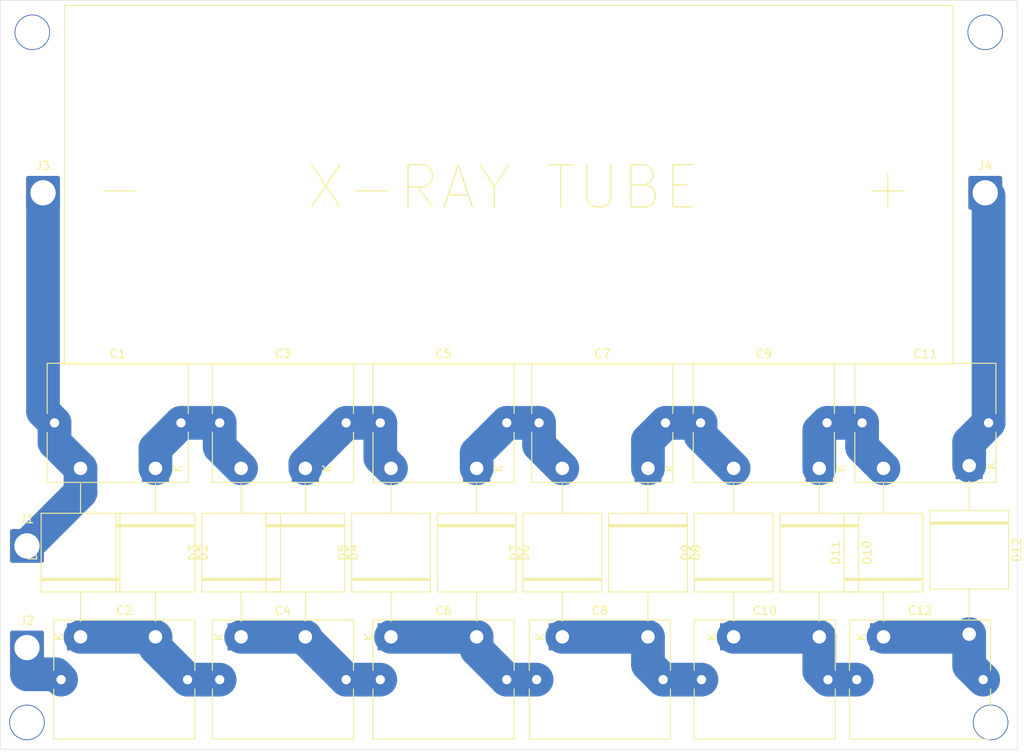
<source format=kicad_pcb>
(kicad_pcb (version 20171130) (host pcbnew "(5.1.9)-1")

  (general
    (thickness 1.6)
    (drawings 10)
    (tracks 66)
    (zones 0)
    (modules 28)
    (nets 15)
  )

  (page A4)
  (layers
    (0 F.Cu signal)
    (31 B.Cu signal)
    (32 B.Adhes user)
    (33 F.Adhes user)
    (34 B.Paste user)
    (35 F.Paste user)
    (36 B.SilkS user)
    (37 F.SilkS user)
    (38 B.Mask user)
    (39 F.Mask user)
    (40 Dwgs.User user)
    (41 Cmts.User user)
    (42 Eco1.User user)
    (43 Eco2.User user)
    (44 Edge.Cuts user)
    (45 Margin user)
    (46 B.CrtYd user)
    (47 F.CrtYd user)
    (48 B.Fab user)
    (49 F.Fab user)
  )

  (setup
    (last_trace_width 4)
    (user_trace_width 4)
    (trace_clearance 0.2)
    (zone_clearance 0.508)
    (zone_45_only no)
    (trace_min 0.2)
    (via_size 0.8)
    (via_drill 0.4)
    (via_min_size 0.4)
    (via_min_drill 0.3)
    (user_via 2 1)
    (uvia_size 0.3)
    (uvia_drill 0.1)
    (uvias_allowed no)
    (uvia_min_size 0.2)
    (uvia_min_drill 0.1)
    (edge_width 0.05)
    (segment_width 0.2)
    (pcb_text_width 0.3)
    (pcb_text_size 1.5 1.5)
    (mod_edge_width 0.12)
    (mod_text_size 1 1)
    (mod_text_width 0.15)
    (pad_size 1.524 1.524)
    (pad_drill 0.762)
    (pad_to_mask_clearance 0)
    (aux_axis_origin 0 0)
    (visible_elements 7FFFFFFF)
    (pcbplotparams
      (layerselection 0x010fc_ffffffff)
      (usegerberextensions false)
      (usegerberattributes true)
      (usegerberadvancedattributes true)
      (creategerberjobfile true)
      (excludeedgelayer true)
      (linewidth 0.100000)
      (plotframeref false)
      (viasonmask false)
      (mode 1)
      (useauxorigin false)
      (hpglpennumber 1)
      (hpglpenspeed 20)
      (hpglpendiameter 15.000000)
      (psnegative false)
      (psa4output false)
      (plotreference true)
      (plotvalue true)
      (plotinvisibletext false)
      (padsonsilk false)
      (subtractmaskfromsilk false)
      (outputformat 1)
      (mirror false)
      (drillshape 1)
      (scaleselection 1)
      (outputdirectory ""))
  )

  (net 0 "")
  (net 1 "Net-(C1-Pad2)")
  (net 2 "Net-(C1-Pad1)")
  (net 3 "Net-(C2-Pad2)")
  (net 4 "Net-(C2-Pad1)")
  (net 5 "Net-(C3-Pad2)")
  (net 6 "Net-(C4-Pad2)")
  (net 7 "Net-(C5-Pad2)")
  (net 8 "Net-(C6-Pad2)")
  (net 9 "Net-(C7-Pad2)")
  (net 10 "Net-(C10-Pad1)")
  (net 11 "Net-(C11-Pad1)")
  (net 12 "Net-(C10-Pad2)")
  (net 13 "Net-(C11-Pad2)")
  (net 14 "Net-(C12-Pad2)")

  (net_class Default "This is the default net class."
    (clearance 0.2)
    (trace_width 0.25)
    (via_dia 0.8)
    (via_drill 0.4)
    (uvia_dia 0.3)
    (uvia_drill 0.1)
    (add_net "Net-(C1-Pad1)")
    (add_net "Net-(C1-Pad2)")
    (add_net "Net-(C10-Pad1)")
    (add_net "Net-(C10-Pad2)")
    (add_net "Net-(C11-Pad1)")
    (add_net "Net-(C11-Pad2)")
    (add_net "Net-(C12-Pad2)")
    (add_net "Net-(C2-Pad1)")
    (add_net "Net-(C2-Pad2)")
    (add_net "Net-(C3-Pad2)")
    (add_net "Net-(C4-Pad2)")
    (add_net "Net-(C5-Pad2)")
    (add_net "Net-(C6-Pad2)")
    (add_net "Net-(C7-Pad2)")
  )

  (module Connector_Wire:SolderWire-2.5sqmm_1x01_D2.4mm_OD3.6mm (layer F.Cu) (tedit 5EB70B44) (tstamp 600C9713)
    (at 172.085 85.725)
    (descr "Soldered wire connection, for a single 2.5 mm² wire, basic insulation, conductor diameter 2.4mm, outer diameter 3.6mm, size source Multi-Contact FLEXI-E 2.5 (https://ec.staubli.com/AcroFiles/Catalogues/TM_Cab-Main-11014119_(en)_hi.pdf), bend radius 3 times outer diameter, generated with kicad-footprint-generator")
    (tags "connector wire 2.5sqmm")
    (path /6013A22D)
    (attr virtual)
    (fp_text reference J4 (at 0 -3.2) (layer F.SilkS)
      (effects (font (size 1 1) (thickness 0.15)))
    )
    (fp_text value "DC +" (at 0 3.2) (layer F.Fab)
      (effects (font (size 1 1) (thickness 0.15)))
    )
    (fp_circle (center 0 0) (end 1.8 0) (layer F.Fab) (width 0.1))
    (fp_line (start -2.55 -2.5) (end -2.55 2.5) (layer F.CrtYd) (width 0.05))
    (fp_line (start -2.55 2.5) (end 2.55 2.5) (layer F.CrtYd) (width 0.05))
    (fp_line (start 2.55 2.5) (end 2.55 -2.5) (layer F.CrtYd) (width 0.05))
    (fp_line (start 2.55 -2.5) (end -2.55 -2.5) (layer F.CrtYd) (width 0.05))
    (fp_text user %R (at 0 0) (layer F.Fab)
      (effects (font (size 0.9 0.9) (thickness 0.14)))
    )
    (pad 1 thru_hole roundrect (at 0 0) (size 4 4) (drill 3) (layers *.Cu *.Mask) (roundrect_rratio 0.0625)
      (net 13 "Net-(C11-Pad2)"))
    (model ${KISYS3DMOD}/Connector_Wire.3dshapes/SolderWire-2.5sqmm_1x01_D2.4mm_OD3.6mm.wrl
      (at (xyz 0 0 0))
      (scale (xyz 1 1 1))
      (rotate (xyz 0 0 0))
    )
  )

  (module Connector_Wire:SolderWire-2.5sqmm_1x01_D2.4mm_OD3.6mm (layer F.Cu) (tedit 5EB70B44) (tstamp 600C9708)
    (at 60.325 85.725)
    (descr "Soldered wire connection, for a single 2.5 mm² wire, basic insulation, conductor diameter 2.4mm, outer diameter 3.6mm, size source Multi-Contact FLEXI-E 2.5 (https://ec.staubli.com/AcroFiles/Catalogues/TM_Cab-Main-11014119_(en)_hi.pdf), bend radius 3 times outer diameter, generated with kicad-footprint-generator")
    (tags "connector wire 2.5sqmm")
    (path /6013B561)
    (attr virtual)
    (fp_text reference J3 (at 0 -3.2) (layer F.SilkS)
      (effects (font (size 1 1) (thickness 0.15)))
    )
    (fp_text value "DC -" (at 0 3.2) (layer F.Fab)
      (effects (font (size 1 1) (thickness 0.15)))
    )
    (fp_circle (center 0 0) (end 1.8 0) (layer F.Fab) (width 0.1))
    (fp_line (start -2.55 -2.5) (end -2.55 2.5) (layer F.CrtYd) (width 0.05))
    (fp_line (start -2.55 2.5) (end 2.55 2.5) (layer F.CrtYd) (width 0.05))
    (fp_line (start 2.55 2.5) (end 2.55 -2.5) (layer F.CrtYd) (width 0.05))
    (fp_line (start 2.55 -2.5) (end -2.55 -2.5) (layer F.CrtYd) (width 0.05))
    (fp_text user %R (at 0 0) (layer F.Fab)
      (effects (font (size 0.9 0.9) (thickness 0.14)))
    )
    (pad 1 thru_hole roundrect (at 0 0) (size 4 4) (drill 3) (layers *.Cu *.Mask) (roundrect_rratio 0.0625)
      (net 2 "Net-(C1-Pad1)"))
    (model ${KISYS3DMOD}/Connector_Wire.3dshapes/SolderWire-2.5sqmm_1x01_D2.4mm_OD3.6mm.wrl
      (at (xyz 0 0 0))
      (scale (xyz 1 1 1))
      (rotate (xyz 0 0 0))
    )
  )

  (module Connector_Wire:SolderWire-2.5sqmm_1x01_D2.4mm_OD3.6mm (layer F.Cu) (tedit 5EB70B44) (tstamp 600C96FD)
    (at 58.42 139.7)
    (descr "Soldered wire connection, for a single 2.5 mm² wire, basic insulation, conductor diameter 2.4mm, outer diameter 3.6mm, size source Multi-Contact FLEXI-E 2.5 (https://ec.staubli.com/AcroFiles/Catalogues/TM_Cab-Main-11014119_(en)_hi.pdf), bend radius 3 times outer diameter, generated with kicad-footprint-generator")
    (tags "connector wire 2.5sqmm")
    (path /601368BF)
    (attr virtual)
    (fp_text reference J2 (at 0 -3.2) (layer F.SilkS)
      (effects (font (size 1 1) (thickness 0.15)))
    )
    (fp_text value "AC IN" (at 0 3.2) (layer F.Fab)
      (effects (font (size 1 1) (thickness 0.15)))
    )
    (fp_circle (center 0 0) (end 1.8 0) (layer F.Fab) (width 0.1))
    (fp_line (start -2.55 -2.5) (end -2.55 2.5) (layer F.CrtYd) (width 0.05))
    (fp_line (start -2.55 2.5) (end 2.55 2.5) (layer F.CrtYd) (width 0.05))
    (fp_line (start 2.55 2.5) (end 2.55 -2.5) (layer F.CrtYd) (width 0.05))
    (fp_line (start 2.55 -2.5) (end -2.55 -2.5) (layer F.CrtYd) (width 0.05))
    (fp_text user %R (at 0 0) (layer F.Fab)
      (effects (font (size 0.9 0.9) (thickness 0.14)))
    )
    (pad 1 thru_hole roundrect (at 0 0) (size 4 4) (drill 3) (layers *.Cu *.Mask) (roundrect_rratio 0.0625)
      (net 4 "Net-(C2-Pad1)"))
    (model ${KISYS3DMOD}/Connector_Wire.3dshapes/SolderWire-2.5sqmm_1x01_D2.4mm_OD3.6mm.wrl
      (at (xyz 0 0 0))
      (scale (xyz 1 1 1))
      (rotate (xyz 0 0 0))
    )
  )

  (module Connector_Wire:SolderWire-2.5sqmm_1x01_D2.4mm_OD3.6mm (layer F.Cu) (tedit 5EB70B44) (tstamp 600C96F2)
    (at 58.42 127.635)
    (descr "Soldered wire connection, for a single 2.5 mm² wire, basic insulation, conductor diameter 2.4mm, outer diameter 3.6mm, size source Multi-Contact FLEXI-E 2.5 (https://ec.staubli.com/AcroFiles/Catalogues/TM_Cab-Main-11014119_(en)_hi.pdf), bend radius 3 times outer diameter, generated with kicad-footprint-generator")
    (tags "connector wire 2.5sqmm")
    (path /6013D3C8)
    (attr virtual)
    (fp_text reference J1 (at 0 -3.2) (layer F.SilkS)
      (effects (font (size 1 1) (thickness 0.15)))
    )
    (fp_text value "AC IN" (at 0 3.2) (layer F.Fab)
      (effects (font (size 1 1) (thickness 0.15)))
    )
    (fp_circle (center 0 0) (end 1.8 0) (layer F.Fab) (width 0.1))
    (fp_line (start -2.55 -2.5) (end -2.55 2.5) (layer F.CrtYd) (width 0.05))
    (fp_line (start -2.55 2.5) (end 2.55 2.5) (layer F.CrtYd) (width 0.05))
    (fp_line (start 2.55 2.5) (end 2.55 -2.5) (layer F.CrtYd) (width 0.05))
    (fp_line (start 2.55 -2.5) (end -2.55 -2.5) (layer F.CrtYd) (width 0.05))
    (fp_text user %R (at 0 0) (layer F.Fab)
      (effects (font (size 0.9 0.9) (thickness 0.14)))
    )
    (pad 1 thru_hole roundrect (at 0 0) (size 4 4) (drill 3) (layers *.Cu *.Mask) (roundrect_rratio 0.0625)
      (net 2 "Net-(C1-Pad1)"))
    (model ${KISYS3DMOD}/Connector_Wire.3dshapes/SolderWire-2.5sqmm_1x01_D2.4mm_OD3.6mm.wrl
      (at (xyz 0 0 0))
      (scale (xyz 1 1 1))
      (rotate (xyz 0 0 0))
    )
  )

  (module Diode_THT:D_P600_R-6_P20.00mm_Horizontal (layer F.Cu) (tedit 5AE50CD5) (tstamp 600C96E7)
    (at 170.18 118.11 270)
    (descr "Diode, P600_R-6 series, Axial, Horizontal, pin pitch=20mm, , length*diameter=9.1*9.1mm^2, , http://www.vishay.com/docs/88692/p600a.pdf, http://www.diodes.com/_files/packages/R-6.pdf")
    (tags "Diode P600_R-6 series Axial Horizontal pin pitch 20mm  length 9.1mm diameter 9.1mm")
    (path /60131343)
    (fp_text reference D12 (at 10 -5.67 90) (layer F.SilkS)
      (effects (font (size 1 1) (thickness 0.15)))
    )
    (fp_text value 2CL2FP (at 10 5.67 90) (layer F.Fab)
      (effects (font (size 1 1) (thickness 0.15)))
    )
    (fp_line (start 5.45 -4.55) (end 5.45 4.55) (layer F.Fab) (width 0.1))
    (fp_line (start 5.45 4.55) (end 14.55 4.55) (layer F.Fab) (width 0.1))
    (fp_line (start 14.55 4.55) (end 14.55 -4.55) (layer F.Fab) (width 0.1))
    (fp_line (start 14.55 -4.55) (end 5.45 -4.55) (layer F.Fab) (width 0.1))
    (fp_line (start 0 0) (end 5.45 0) (layer F.Fab) (width 0.1))
    (fp_line (start 20 0) (end 14.55 0) (layer F.Fab) (width 0.1))
    (fp_line (start 6.815 -4.55) (end 6.815 4.55) (layer F.Fab) (width 0.1))
    (fp_line (start 6.915 -4.55) (end 6.915 4.55) (layer F.Fab) (width 0.1))
    (fp_line (start 6.715 -4.55) (end 6.715 4.55) (layer F.Fab) (width 0.1))
    (fp_line (start 5.33 -4.67) (end 5.33 4.67) (layer F.SilkS) (width 0.12))
    (fp_line (start 5.33 4.67) (end 14.67 4.67) (layer F.SilkS) (width 0.12))
    (fp_line (start 14.67 4.67) (end 14.67 -4.67) (layer F.SilkS) (width 0.12))
    (fp_line (start 14.67 -4.67) (end 5.33 -4.67) (layer F.SilkS) (width 0.12))
    (fp_line (start 1.84 0) (end 5.33 0) (layer F.SilkS) (width 0.12))
    (fp_line (start 18.16 0) (end 14.67 0) (layer F.SilkS) (width 0.12))
    (fp_line (start 6.815 -4.67) (end 6.815 4.67) (layer F.SilkS) (width 0.12))
    (fp_line (start 6.935 -4.67) (end 6.935 4.67) (layer F.SilkS) (width 0.12))
    (fp_line (start 6.695 -4.67) (end 6.695 4.67) (layer F.SilkS) (width 0.12))
    (fp_line (start -1.85 -4.8) (end -1.85 4.8) (layer F.CrtYd) (width 0.05))
    (fp_line (start -1.85 4.8) (end 21.85 4.8) (layer F.CrtYd) (width 0.05))
    (fp_line (start 21.85 4.8) (end 21.85 -4.8) (layer F.CrtYd) (width 0.05))
    (fp_line (start 21.85 -4.8) (end -1.85 -4.8) (layer F.CrtYd) (width 0.05))
    (fp_text user K (at 0 -2.6 90) (layer F.SilkS)
      (effects (font (size 1 1) (thickness 0.15)))
    )
    (fp_text user K (at 0 -2.6 90) (layer F.Fab)
      (effects (font (size 1 1) (thickness 0.15)))
    )
    (fp_text user %R (at 10.6825 0 90) (layer F.Fab)
      (effects (font (size 1 1) (thickness 0.15)))
    )
    (pad 2 thru_hole oval (at 20 0 270) (size 3.2 3.2) (drill 1.6) (layers *.Cu *.Mask)
      (net 14 "Net-(C12-Pad2)"))
    (pad 1 thru_hole rect (at 0 0 270) (size 3.2 3.2) (drill 1.6) (layers *.Cu *.Mask)
      (net 13 "Net-(C11-Pad2)"))
    (model ${KISYS3DMOD}/Diode_THT.3dshapes/D_P600_R-6_P20.00mm_Horizontal.wrl
      (at (xyz 0 0 0))
      (scale (xyz 1 1 1))
      (rotate (xyz 0 0 0))
    )
  )

  (module Diode_THT:D_P600_R-6_P20.00mm_Horizontal (layer F.Cu) (tedit 5AE50CD5) (tstamp 600C96C8)
    (at 160.02 138.43 90)
    (descr "Diode, P600_R-6 series, Axial, Horizontal, pin pitch=20mm, , length*diameter=9.1*9.1mm^2, , http://www.vishay.com/docs/88692/p600a.pdf, http://www.diodes.com/_files/packages/R-6.pdf")
    (tags "Diode P600_R-6 series Axial Horizontal pin pitch 20mm  length 9.1mm diameter 9.1mm")
    (path /6013133D)
    (fp_text reference D11 (at 10 -5.67 90) (layer F.SilkS)
      (effects (font (size 1 1) (thickness 0.15)))
    )
    (fp_text value 2CL2FP (at 10 5.67 90) (layer F.Fab)
      (effects (font (size 1 1) (thickness 0.15)))
    )
    (fp_line (start 5.45 -4.55) (end 5.45 4.55) (layer F.Fab) (width 0.1))
    (fp_line (start 5.45 4.55) (end 14.55 4.55) (layer F.Fab) (width 0.1))
    (fp_line (start 14.55 4.55) (end 14.55 -4.55) (layer F.Fab) (width 0.1))
    (fp_line (start 14.55 -4.55) (end 5.45 -4.55) (layer F.Fab) (width 0.1))
    (fp_line (start 0 0) (end 5.45 0) (layer F.Fab) (width 0.1))
    (fp_line (start 20 0) (end 14.55 0) (layer F.Fab) (width 0.1))
    (fp_line (start 6.815 -4.55) (end 6.815 4.55) (layer F.Fab) (width 0.1))
    (fp_line (start 6.915 -4.55) (end 6.915 4.55) (layer F.Fab) (width 0.1))
    (fp_line (start 6.715 -4.55) (end 6.715 4.55) (layer F.Fab) (width 0.1))
    (fp_line (start 5.33 -4.67) (end 5.33 4.67) (layer F.SilkS) (width 0.12))
    (fp_line (start 5.33 4.67) (end 14.67 4.67) (layer F.SilkS) (width 0.12))
    (fp_line (start 14.67 4.67) (end 14.67 -4.67) (layer F.SilkS) (width 0.12))
    (fp_line (start 14.67 -4.67) (end 5.33 -4.67) (layer F.SilkS) (width 0.12))
    (fp_line (start 1.84 0) (end 5.33 0) (layer F.SilkS) (width 0.12))
    (fp_line (start 18.16 0) (end 14.67 0) (layer F.SilkS) (width 0.12))
    (fp_line (start 6.815 -4.67) (end 6.815 4.67) (layer F.SilkS) (width 0.12))
    (fp_line (start 6.935 -4.67) (end 6.935 4.67) (layer F.SilkS) (width 0.12))
    (fp_line (start 6.695 -4.67) (end 6.695 4.67) (layer F.SilkS) (width 0.12))
    (fp_line (start -1.85 -4.8) (end -1.85 4.8) (layer F.CrtYd) (width 0.05))
    (fp_line (start -1.85 4.8) (end 21.85 4.8) (layer F.CrtYd) (width 0.05))
    (fp_line (start 21.85 4.8) (end 21.85 -4.8) (layer F.CrtYd) (width 0.05))
    (fp_line (start 21.85 -4.8) (end -1.85 -4.8) (layer F.CrtYd) (width 0.05))
    (fp_text user K (at 0 -2.6 90) (layer F.SilkS)
      (effects (font (size 1 1) (thickness 0.15)))
    )
    (fp_text user K (at 0 -2.6 90) (layer F.Fab)
      (effects (font (size 1 1) (thickness 0.15)))
    )
    (fp_text user %R (at 10.6825 0 90) (layer F.Fab)
      (effects (font (size 1 1) (thickness 0.15)))
    )
    (pad 2 thru_hole oval (at 20 0 90) (size 3.2 3.2) (drill 1.6) (layers *.Cu *.Mask)
      (net 11 "Net-(C11-Pad1)"))
    (pad 1 thru_hole rect (at 0 0 90) (size 3.2 3.2) (drill 1.6) (layers *.Cu *.Mask)
      (net 14 "Net-(C12-Pad2)"))
    (model ${KISYS3DMOD}/Diode_THT.3dshapes/D_P600_R-6_P20.00mm_Horizontal.wrl
      (at (xyz 0 0 0))
      (scale (xyz 1 1 1))
      (rotate (xyz 0 0 0))
    )
  )

  (module Diode_THT:D_P600_R-6_P20.00mm_Horizontal (layer F.Cu) (tedit 5AE50CD5) (tstamp 600C96A9)
    (at 152.4 118.43 270)
    (descr "Diode, P600_R-6 series, Axial, Horizontal, pin pitch=20mm, , length*diameter=9.1*9.1mm^2, , http://www.vishay.com/docs/88692/p600a.pdf, http://www.diodes.com/_files/packages/R-6.pdf")
    (tags "Diode P600_R-6 series Axial Horizontal pin pitch 20mm  length 9.1mm diameter 9.1mm")
    (path /6012E328)
    (fp_text reference D10 (at 10 -5.67 90) (layer F.SilkS)
      (effects (font (size 1 1) (thickness 0.15)))
    )
    (fp_text value 2CL2FP (at 10 5.67 90) (layer F.Fab)
      (effects (font (size 1 1) (thickness 0.15)))
    )
    (fp_line (start 5.45 -4.55) (end 5.45 4.55) (layer F.Fab) (width 0.1))
    (fp_line (start 5.45 4.55) (end 14.55 4.55) (layer F.Fab) (width 0.1))
    (fp_line (start 14.55 4.55) (end 14.55 -4.55) (layer F.Fab) (width 0.1))
    (fp_line (start 14.55 -4.55) (end 5.45 -4.55) (layer F.Fab) (width 0.1))
    (fp_line (start 0 0) (end 5.45 0) (layer F.Fab) (width 0.1))
    (fp_line (start 20 0) (end 14.55 0) (layer F.Fab) (width 0.1))
    (fp_line (start 6.815 -4.55) (end 6.815 4.55) (layer F.Fab) (width 0.1))
    (fp_line (start 6.915 -4.55) (end 6.915 4.55) (layer F.Fab) (width 0.1))
    (fp_line (start 6.715 -4.55) (end 6.715 4.55) (layer F.Fab) (width 0.1))
    (fp_line (start 5.33 -4.67) (end 5.33 4.67) (layer F.SilkS) (width 0.12))
    (fp_line (start 5.33 4.67) (end 14.67 4.67) (layer F.SilkS) (width 0.12))
    (fp_line (start 14.67 4.67) (end 14.67 -4.67) (layer F.SilkS) (width 0.12))
    (fp_line (start 14.67 -4.67) (end 5.33 -4.67) (layer F.SilkS) (width 0.12))
    (fp_line (start 1.84 0) (end 5.33 0) (layer F.SilkS) (width 0.12))
    (fp_line (start 18.16 0) (end 14.67 0) (layer F.SilkS) (width 0.12))
    (fp_line (start 6.815 -4.67) (end 6.815 4.67) (layer F.SilkS) (width 0.12))
    (fp_line (start 6.935 -4.67) (end 6.935 4.67) (layer F.SilkS) (width 0.12))
    (fp_line (start 6.695 -4.67) (end 6.695 4.67) (layer F.SilkS) (width 0.12))
    (fp_line (start -1.85 -4.8) (end -1.85 4.8) (layer F.CrtYd) (width 0.05))
    (fp_line (start -1.85 4.8) (end 21.85 4.8) (layer F.CrtYd) (width 0.05))
    (fp_line (start 21.85 4.8) (end 21.85 -4.8) (layer F.CrtYd) (width 0.05))
    (fp_line (start 21.85 -4.8) (end -1.85 -4.8) (layer F.CrtYd) (width 0.05))
    (fp_text user K (at 0 -2.6 90) (layer F.SilkS)
      (effects (font (size 1 1) (thickness 0.15)))
    )
    (fp_text user K (at 0 -2.6 90) (layer F.Fab)
      (effects (font (size 1 1) (thickness 0.15)))
    )
    (fp_text user %R (at 10.6825 0 90) (layer F.Fab)
      (effects (font (size 1 1) (thickness 0.15)))
    )
    (pad 2 thru_hole oval (at 20 0 270) (size 3.2 3.2) (drill 1.6) (layers *.Cu *.Mask)
      (net 12 "Net-(C10-Pad2)"))
    (pad 1 thru_hole rect (at 0 0 270) (size 3.2 3.2) (drill 1.6) (layers *.Cu *.Mask)
      (net 11 "Net-(C11-Pad1)"))
    (model ${KISYS3DMOD}/Diode_THT.3dshapes/D_P600_R-6_P20.00mm_Horizontal.wrl
      (at (xyz 0 0 0))
      (scale (xyz 1 1 1))
      (rotate (xyz 0 0 0))
    )
  )

  (module Diode_THT:D_P600_R-6_P20.00mm_Horizontal (layer F.Cu) (tedit 5AE50CD5) (tstamp 600C968A)
    (at 142.24 138.43 90)
    (descr "Diode, P600_R-6 series, Axial, Horizontal, pin pitch=20mm, , length*diameter=9.1*9.1mm^2, , http://www.vishay.com/docs/88692/p600a.pdf, http://www.diodes.com/_files/packages/R-6.pdf")
    (tags "Diode P600_R-6 series Axial Horizontal pin pitch 20mm  length 9.1mm diameter 9.1mm")
    (path /6012E322)
    (fp_text reference D9 (at 10 -5.67 90) (layer F.SilkS)
      (effects (font (size 1 1) (thickness 0.15)))
    )
    (fp_text value 2CL2FP (at 10 5.67 90) (layer F.Fab)
      (effects (font (size 1 1) (thickness 0.15)))
    )
    (fp_line (start 5.45 -4.55) (end 5.45 4.55) (layer F.Fab) (width 0.1))
    (fp_line (start 5.45 4.55) (end 14.55 4.55) (layer F.Fab) (width 0.1))
    (fp_line (start 14.55 4.55) (end 14.55 -4.55) (layer F.Fab) (width 0.1))
    (fp_line (start 14.55 -4.55) (end 5.45 -4.55) (layer F.Fab) (width 0.1))
    (fp_line (start 0 0) (end 5.45 0) (layer F.Fab) (width 0.1))
    (fp_line (start 20 0) (end 14.55 0) (layer F.Fab) (width 0.1))
    (fp_line (start 6.815 -4.55) (end 6.815 4.55) (layer F.Fab) (width 0.1))
    (fp_line (start 6.915 -4.55) (end 6.915 4.55) (layer F.Fab) (width 0.1))
    (fp_line (start 6.715 -4.55) (end 6.715 4.55) (layer F.Fab) (width 0.1))
    (fp_line (start 5.33 -4.67) (end 5.33 4.67) (layer F.SilkS) (width 0.12))
    (fp_line (start 5.33 4.67) (end 14.67 4.67) (layer F.SilkS) (width 0.12))
    (fp_line (start 14.67 4.67) (end 14.67 -4.67) (layer F.SilkS) (width 0.12))
    (fp_line (start 14.67 -4.67) (end 5.33 -4.67) (layer F.SilkS) (width 0.12))
    (fp_line (start 1.84 0) (end 5.33 0) (layer F.SilkS) (width 0.12))
    (fp_line (start 18.16 0) (end 14.67 0) (layer F.SilkS) (width 0.12))
    (fp_line (start 6.815 -4.67) (end 6.815 4.67) (layer F.SilkS) (width 0.12))
    (fp_line (start 6.935 -4.67) (end 6.935 4.67) (layer F.SilkS) (width 0.12))
    (fp_line (start 6.695 -4.67) (end 6.695 4.67) (layer F.SilkS) (width 0.12))
    (fp_line (start -1.85 -4.8) (end -1.85 4.8) (layer F.CrtYd) (width 0.05))
    (fp_line (start -1.85 4.8) (end 21.85 4.8) (layer F.CrtYd) (width 0.05))
    (fp_line (start 21.85 4.8) (end 21.85 -4.8) (layer F.CrtYd) (width 0.05))
    (fp_line (start 21.85 -4.8) (end -1.85 -4.8) (layer F.CrtYd) (width 0.05))
    (fp_text user K (at 0 -2.6 90) (layer F.SilkS)
      (effects (font (size 1 1) (thickness 0.15)))
    )
    (fp_text user K (at 0 -2.6 90) (layer F.Fab)
      (effects (font (size 1 1) (thickness 0.15)))
    )
    (fp_text user %R (at 10.6825 0 90) (layer F.Fab)
      (effects (font (size 1 1) (thickness 0.15)))
    )
    (pad 2 thru_hole oval (at 20 0 90) (size 3.2 3.2) (drill 1.6) (layers *.Cu *.Mask)
      (net 9 "Net-(C7-Pad2)"))
    (pad 1 thru_hole rect (at 0 0 90) (size 3.2 3.2) (drill 1.6) (layers *.Cu *.Mask)
      (net 12 "Net-(C10-Pad2)"))
    (model ${KISYS3DMOD}/Diode_THT.3dshapes/D_P600_R-6_P20.00mm_Horizontal.wrl
      (at (xyz 0 0 0))
      (scale (xyz 1 1 1))
      (rotate (xyz 0 0 0))
    )
  )

  (module Diode_THT:D_P600_R-6_P20.00mm_Horizontal (layer F.Cu) (tedit 5AE50CD5) (tstamp 600C966B)
    (at 132.08 118.43 270)
    (descr "Diode, P600_R-6 series, Axial, Horizontal, pin pitch=20mm, , length*diameter=9.1*9.1mm^2, , http://www.vishay.com/docs/88692/p600a.pdf, http://www.diodes.com/_files/packages/R-6.pdf")
    (tags "Diode P600_R-6 series Axial Horizontal pin pitch 20mm  length 9.1mm diameter 9.1mm")
    (path /6012BBA8)
    (fp_text reference D8 (at 10 -5.67 90) (layer F.SilkS)
      (effects (font (size 1 1) (thickness 0.15)))
    )
    (fp_text value 2CL2FP (at 10 5.67 90) (layer F.Fab)
      (effects (font (size 1 1) (thickness 0.15)))
    )
    (fp_line (start 5.45 -4.55) (end 5.45 4.55) (layer F.Fab) (width 0.1))
    (fp_line (start 5.45 4.55) (end 14.55 4.55) (layer F.Fab) (width 0.1))
    (fp_line (start 14.55 4.55) (end 14.55 -4.55) (layer F.Fab) (width 0.1))
    (fp_line (start 14.55 -4.55) (end 5.45 -4.55) (layer F.Fab) (width 0.1))
    (fp_line (start 0 0) (end 5.45 0) (layer F.Fab) (width 0.1))
    (fp_line (start 20 0) (end 14.55 0) (layer F.Fab) (width 0.1))
    (fp_line (start 6.815 -4.55) (end 6.815 4.55) (layer F.Fab) (width 0.1))
    (fp_line (start 6.915 -4.55) (end 6.915 4.55) (layer F.Fab) (width 0.1))
    (fp_line (start 6.715 -4.55) (end 6.715 4.55) (layer F.Fab) (width 0.1))
    (fp_line (start 5.33 -4.67) (end 5.33 4.67) (layer F.SilkS) (width 0.12))
    (fp_line (start 5.33 4.67) (end 14.67 4.67) (layer F.SilkS) (width 0.12))
    (fp_line (start 14.67 4.67) (end 14.67 -4.67) (layer F.SilkS) (width 0.12))
    (fp_line (start 14.67 -4.67) (end 5.33 -4.67) (layer F.SilkS) (width 0.12))
    (fp_line (start 1.84 0) (end 5.33 0) (layer F.SilkS) (width 0.12))
    (fp_line (start 18.16 0) (end 14.67 0) (layer F.SilkS) (width 0.12))
    (fp_line (start 6.815 -4.67) (end 6.815 4.67) (layer F.SilkS) (width 0.12))
    (fp_line (start 6.935 -4.67) (end 6.935 4.67) (layer F.SilkS) (width 0.12))
    (fp_line (start 6.695 -4.67) (end 6.695 4.67) (layer F.SilkS) (width 0.12))
    (fp_line (start -1.85 -4.8) (end -1.85 4.8) (layer F.CrtYd) (width 0.05))
    (fp_line (start -1.85 4.8) (end 21.85 4.8) (layer F.CrtYd) (width 0.05))
    (fp_line (start 21.85 4.8) (end 21.85 -4.8) (layer F.CrtYd) (width 0.05))
    (fp_line (start 21.85 -4.8) (end -1.85 -4.8) (layer F.CrtYd) (width 0.05))
    (fp_text user K (at 0 -2.6 90) (layer F.SilkS)
      (effects (font (size 1 1) (thickness 0.15)))
    )
    (fp_text user K (at 0 -2.6 90) (layer F.Fab)
      (effects (font (size 1 1) (thickness 0.15)))
    )
    (fp_text user %R (at 10.6825 0 90) (layer F.Fab)
      (effects (font (size 1 1) (thickness 0.15)))
    )
    (pad 2 thru_hole oval (at 20 0 270) (size 3.2 3.2) (drill 1.6) (layers *.Cu *.Mask)
      (net 10 "Net-(C10-Pad1)"))
    (pad 1 thru_hole rect (at 0 0 270) (size 3.2 3.2) (drill 1.6) (layers *.Cu *.Mask)
      (net 9 "Net-(C7-Pad2)"))
    (model ${KISYS3DMOD}/Diode_THT.3dshapes/D_P600_R-6_P20.00mm_Horizontal.wrl
      (at (xyz 0 0 0))
      (scale (xyz 1 1 1))
      (rotate (xyz 0 0 0))
    )
  )

  (module Diode_THT:D_P600_R-6_P20.00mm_Horizontal (layer F.Cu) (tedit 5AE50CD5) (tstamp 600C964C)
    (at 121.92 138.43 90)
    (descr "Diode, P600_R-6 series, Axial, Horizontal, pin pitch=20mm, , length*diameter=9.1*9.1mm^2, , http://www.vishay.com/docs/88692/p600a.pdf, http://www.diodes.com/_files/packages/R-6.pdf")
    (tags "Diode P600_R-6 series Axial Horizontal pin pitch 20mm  length 9.1mm diameter 9.1mm")
    (path /6012BBA2)
    (fp_text reference D7 (at 10 -5.67 90) (layer F.SilkS)
      (effects (font (size 1 1) (thickness 0.15)))
    )
    (fp_text value 2CL2FP (at 10 5.67 90) (layer F.Fab)
      (effects (font (size 1 1) (thickness 0.15)))
    )
    (fp_line (start 5.45 -4.55) (end 5.45 4.55) (layer F.Fab) (width 0.1))
    (fp_line (start 5.45 4.55) (end 14.55 4.55) (layer F.Fab) (width 0.1))
    (fp_line (start 14.55 4.55) (end 14.55 -4.55) (layer F.Fab) (width 0.1))
    (fp_line (start 14.55 -4.55) (end 5.45 -4.55) (layer F.Fab) (width 0.1))
    (fp_line (start 0 0) (end 5.45 0) (layer F.Fab) (width 0.1))
    (fp_line (start 20 0) (end 14.55 0) (layer F.Fab) (width 0.1))
    (fp_line (start 6.815 -4.55) (end 6.815 4.55) (layer F.Fab) (width 0.1))
    (fp_line (start 6.915 -4.55) (end 6.915 4.55) (layer F.Fab) (width 0.1))
    (fp_line (start 6.715 -4.55) (end 6.715 4.55) (layer F.Fab) (width 0.1))
    (fp_line (start 5.33 -4.67) (end 5.33 4.67) (layer F.SilkS) (width 0.12))
    (fp_line (start 5.33 4.67) (end 14.67 4.67) (layer F.SilkS) (width 0.12))
    (fp_line (start 14.67 4.67) (end 14.67 -4.67) (layer F.SilkS) (width 0.12))
    (fp_line (start 14.67 -4.67) (end 5.33 -4.67) (layer F.SilkS) (width 0.12))
    (fp_line (start 1.84 0) (end 5.33 0) (layer F.SilkS) (width 0.12))
    (fp_line (start 18.16 0) (end 14.67 0) (layer F.SilkS) (width 0.12))
    (fp_line (start 6.815 -4.67) (end 6.815 4.67) (layer F.SilkS) (width 0.12))
    (fp_line (start 6.935 -4.67) (end 6.935 4.67) (layer F.SilkS) (width 0.12))
    (fp_line (start 6.695 -4.67) (end 6.695 4.67) (layer F.SilkS) (width 0.12))
    (fp_line (start -1.85 -4.8) (end -1.85 4.8) (layer F.CrtYd) (width 0.05))
    (fp_line (start -1.85 4.8) (end 21.85 4.8) (layer F.CrtYd) (width 0.05))
    (fp_line (start 21.85 4.8) (end 21.85 -4.8) (layer F.CrtYd) (width 0.05))
    (fp_line (start 21.85 -4.8) (end -1.85 -4.8) (layer F.CrtYd) (width 0.05))
    (fp_text user K (at 0 -2.6 90) (layer F.SilkS)
      (effects (font (size 1 1) (thickness 0.15)))
    )
    (fp_text user K (at 0 -2.6 90) (layer F.Fab)
      (effects (font (size 1 1) (thickness 0.15)))
    )
    (fp_text user %R (at 10.6825 0 90) (layer F.Fab)
      (effects (font (size 1 1) (thickness 0.15)))
    )
    (pad 2 thru_hole oval (at 20 0 90) (size 3.2 3.2) (drill 1.6) (layers *.Cu *.Mask)
      (net 7 "Net-(C5-Pad2)"))
    (pad 1 thru_hole rect (at 0 0 90) (size 3.2 3.2) (drill 1.6) (layers *.Cu *.Mask)
      (net 10 "Net-(C10-Pad1)"))
    (model ${KISYS3DMOD}/Diode_THT.3dshapes/D_P600_R-6_P20.00mm_Horizontal.wrl
      (at (xyz 0 0 0))
      (scale (xyz 1 1 1))
      (rotate (xyz 0 0 0))
    )
  )

  (module Diode_THT:D_P600_R-6_P20.00mm_Horizontal (layer F.Cu) (tedit 5AE50CD5) (tstamp 600C962D)
    (at 111.76 118.43 270)
    (descr "Diode, P600_R-6 series, Axial, Horizontal, pin pitch=20mm, , length*diameter=9.1*9.1mm^2, , http://www.vishay.com/docs/88692/p600a.pdf, http://www.diodes.com/_files/packages/R-6.pdf")
    (tags "Diode P600_R-6 series Axial Horizontal pin pitch 20mm  length 9.1mm diameter 9.1mm")
    (path /60129423)
    (fp_text reference D6 (at 10 -5.67 90) (layer F.SilkS)
      (effects (font (size 1 1) (thickness 0.15)))
    )
    (fp_text value 2CL2FP (at 10 5.67 90) (layer F.Fab)
      (effects (font (size 1 1) (thickness 0.15)))
    )
    (fp_line (start 5.45 -4.55) (end 5.45 4.55) (layer F.Fab) (width 0.1))
    (fp_line (start 5.45 4.55) (end 14.55 4.55) (layer F.Fab) (width 0.1))
    (fp_line (start 14.55 4.55) (end 14.55 -4.55) (layer F.Fab) (width 0.1))
    (fp_line (start 14.55 -4.55) (end 5.45 -4.55) (layer F.Fab) (width 0.1))
    (fp_line (start 0 0) (end 5.45 0) (layer F.Fab) (width 0.1))
    (fp_line (start 20 0) (end 14.55 0) (layer F.Fab) (width 0.1))
    (fp_line (start 6.815 -4.55) (end 6.815 4.55) (layer F.Fab) (width 0.1))
    (fp_line (start 6.915 -4.55) (end 6.915 4.55) (layer F.Fab) (width 0.1))
    (fp_line (start 6.715 -4.55) (end 6.715 4.55) (layer F.Fab) (width 0.1))
    (fp_line (start 5.33 -4.67) (end 5.33 4.67) (layer F.SilkS) (width 0.12))
    (fp_line (start 5.33 4.67) (end 14.67 4.67) (layer F.SilkS) (width 0.12))
    (fp_line (start 14.67 4.67) (end 14.67 -4.67) (layer F.SilkS) (width 0.12))
    (fp_line (start 14.67 -4.67) (end 5.33 -4.67) (layer F.SilkS) (width 0.12))
    (fp_line (start 1.84 0) (end 5.33 0) (layer F.SilkS) (width 0.12))
    (fp_line (start 18.16 0) (end 14.67 0) (layer F.SilkS) (width 0.12))
    (fp_line (start 6.815 -4.67) (end 6.815 4.67) (layer F.SilkS) (width 0.12))
    (fp_line (start 6.935 -4.67) (end 6.935 4.67) (layer F.SilkS) (width 0.12))
    (fp_line (start 6.695 -4.67) (end 6.695 4.67) (layer F.SilkS) (width 0.12))
    (fp_line (start -1.85 -4.8) (end -1.85 4.8) (layer F.CrtYd) (width 0.05))
    (fp_line (start -1.85 4.8) (end 21.85 4.8) (layer F.CrtYd) (width 0.05))
    (fp_line (start 21.85 4.8) (end 21.85 -4.8) (layer F.CrtYd) (width 0.05))
    (fp_line (start 21.85 -4.8) (end -1.85 -4.8) (layer F.CrtYd) (width 0.05))
    (fp_text user K (at 0 -2.6 90) (layer F.SilkS)
      (effects (font (size 1 1) (thickness 0.15)))
    )
    (fp_text user K (at 0 -2.6 90) (layer F.Fab)
      (effects (font (size 1 1) (thickness 0.15)))
    )
    (fp_text user %R (at 10.6825 0 90) (layer F.Fab)
      (effects (font (size 1 1) (thickness 0.15)))
    )
    (pad 2 thru_hole oval (at 20 0 270) (size 3.2 3.2) (drill 1.6) (layers *.Cu *.Mask)
      (net 8 "Net-(C6-Pad2)"))
    (pad 1 thru_hole rect (at 0 0 270) (size 3.2 3.2) (drill 1.6) (layers *.Cu *.Mask)
      (net 7 "Net-(C5-Pad2)"))
    (model ${KISYS3DMOD}/Diode_THT.3dshapes/D_P600_R-6_P20.00mm_Horizontal.wrl
      (at (xyz 0 0 0))
      (scale (xyz 1 1 1))
      (rotate (xyz 0 0 0))
    )
  )

  (module Diode_THT:D_P600_R-6_P20.00mm_Horizontal (layer F.Cu) (tedit 5AE50CD5) (tstamp 600C960E)
    (at 101.6 138.43 90)
    (descr "Diode, P600_R-6 series, Axial, Horizontal, pin pitch=20mm, , length*diameter=9.1*9.1mm^2, , http://www.vishay.com/docs/88692/p600a.pdf, http://www.diodes.com/_files/packages/R-6.pdf")
    (tags "Diode P600_R-6 series Axial Horizontal pin pitch 20mm  length 9.1mm diameter 9.1mm")
    (path /6012941D)
    (fp_text reference D5 (at 10 -5.67 90) (layer F.SilkS)
      (effects (font (size 1 1) (thickness 0.15)))
    )
    (fp_text value 2CL2FP (at 10 5.67 90) (layer F.Fab)
      (effects (font (size 1 1) (thickness 0.15)))
    )
    (fp_line (start 5.45 -4.55) (end 5.45 4.55) (layer F.Fab) (width 0.1))
    (fp_line (start 5.45 4.55) (end 14.55 4.55) (layer F.Fab) (width 0.1))
    (fp_line (start 14.55 4.55) (end 14.55 -4.55) (layer F.Fab) (width 0.1))
    (fp_line (start 14.55 -4.55) (end 5.45 -4.55) (layer F.Fab) (width 0.1))
    (fp_line (start 0 0) (end 5.45 0) (layer F.Fab) (width 0.1))
    (fp_line (start 20 0) (end 14.55 0) (layer F.Fab) (width 0.1))
    (fp_line (start 6.815 -4.55) (end 6.815 4.55) (layer F.Fab) (width 0.1))
    (fp_line (start 6.915 -4.55) (end 6.915 4.55) (layer F.Fab) (width 0.1))
    (fp_line (start 6.715 -4.55) (end 6.715 4.55) (layer F.Fab) (width 0.1))
    (fp_line (start 5.33 -4.67) (end 5.33 4.67) (layer F.SilkS) (width 0.12))
    (fp_line (start 5.33 4.67) (end 14.67 4.67) (layer F.SilkS) (width 0.12))
    (fp_line (start 14.67 4.67) (end 14.67 -4.67) (layer F.SilkS) (width 0.12))
    (fp_line (start 14.67 -4.67) (end 5.33 -4.67) (layer F.SilkS) (width 0.12))
    (fp_line (start 1.84 0) (end 5.33 0) (layer F.SilkS) (width 0.12))
    (fp_line (start 18.16 0) (end 14.67 0) (layer F.SilkS) (width 0.12))
    (fp_line (start 6.815 -4.67) (end 6.815 4.67) (layer F.SilkS) (width 0.12))
    (fp_line (start 6.935 -4.67) (end 6.935 4.67) (layer F.SilkS) (width 0.12))
    (fp_line (start 6.695 -4.67) (end 6.695 4.67) (layer F.SilkS) (width 0.12))
    (fp_line (start -1.85 -4.8) (end -1.85 4.8) (layer F.CrtYd) (width 0.05))
    (fp_line (start -1.85 4.8) (end 21.85 4.8) (layer F.CrtYd) (width 0.05))
    (fp_line (start 21.85 4.8) (end 21.85 -4.8) (layer F.CrtYd) (width 0.05))
    (fp_line (start 21.85 -4.8) (end -1.85 -4.8) (layer F.CrtYd) (width 0.05))
    (fp_text user K (at 0 -2.6 90) (layer F.SilkS)
      (effects (font (size 1 1) (thickness 0.15)))
    )
    (fp_text user K (at 0 -2.6 90) (layer F.Fab)
      (effects (font (size 1 1) (thickness 0.15)))
    )
    (fp_text user %R (at 10.6825 0 90) (layer F.Fab)
      (effects (font (size 1 1) (thickness 0.15)))
    )
    (pad 2 thru_hole oval (at 20 0 90) (size 3.2 3.2) (drill 1.6) (layers *.Cu *.Mask)
      (net 5 "Net-(C3-Pad2)"))
    (pad 1 thru_hole rect (at 0 0 90) (size 3.2 3.2) (drill 1.6) (layers *.Cu *.Mask)
      (net 8 "Net-(C6-Pad2)"))
    (model ${KISYS3DMOD}/Diode_THT.3dshapes/D_P600_R-6_P20.00mm_Horizontal.wrl
      (at (xyz 0 0 0))
      (scale (xyz 1 1 1))
      (rotate (xyz 0 0 0))
    )
  )

  (module Diode_THT:D_P600_R-6_P20.00mm_Horizontal (layer F.Cu) (tedit 5AE50CD5) (tstamp 600C95EF)
    (at 91.44 118.43 270)
    (descr "Diode, P600_R-6 series, Axial, Horizontal, pin pitch=20mm, , length*diameter=9.1*9.1mm^2, , http://www.vishay.com/docs/88692/p600a.pdf, http://www.diodes.com/_files/packages/R-6.pdf")
    (tags "Diode P600_R-6 series Axial Horizontal pin pitch 20mm  length 9.1mm diameter 9.1mm")
    (path /60126B4E)
    (fp_text reference D4 (at 10 -5.67 90) (layer F.SilkS)
      (effects (font (size 1 1) (thickness 0.15)))
    )
    (fp_text value 2CL2FP (at 10 5.67 90) (layer F.Fab)
      (effects (font (size 1 1) (thickness 0.15)))
    )
    (fp_line (start 5.45 -4.55) (end 5.45 4.55) (layer F.Fab) (width 0.1))
    (fp_line (start 5.45 4.55) (end 14.55 4.55) (layer F.Fab) (width 0.1))
    (fp_line (start 14.55 4.55) (end 14.55 -4.55) (layer F.Fab) (width 0.1))
    (fp_line (start 14.55 -4.55) (end 5.45 -4.55) (layer F.Fab) (width 0.1))
    (fp_line (start 0 0) (end 5.45 0) (layer F.Fab) (width 0.1))
    (fp_line (start 20 0) (end 14.55 0) (layer F.Fab) (width 0.1))
    (fp_line (start 6.815 -4.55) (end 6.815 4.55) (layer F.Fab) (width 0.1))
    (fp_line (start 6.915 -4.55) (end 6.915 4.55) (layer F.Fab) (width 0.1))
    (fp_line (start 6.715 -4.55) (end 6.715 4.55) (layer F.Fab) (width 0.1))
    (fp_line (start 5.33 -4.67) (end 5.33 4.67) (layer F.SilkS) (width 0.12))
    (fp_line (start 5.33 4.67) (end 14.67 4.67) (layer F.SilkS) (width 0.12))
    (fp_line (start 14.67 4.67) (end 14.67 -4.67) (layer F.SilkS) (width 0.12))
    (fp_line (start 14.67 -4.67) (end 5.33 -4.67) (layer F.SilkS) (width 0.12))
    (fp_line (start 1.84 0) (end 5.33 0) (layer F.SilkS) (width 0.12))
    (fp_line (start 18.16 0) (end 14.67 0) (layer F.SilkS) (width 0.12))
    (fp_line (start 6.815 -4.67) (end 6.815 4.67) (layer F.SilkS) (width 0.12))
    (fp_line (start 6.935 -4.67) (end 6.935 4.67) (layer F.SilkS) (width 0.12))
    (fp_line (start 6.695 -4.67) (end 6.695 4.67) (layer F.SilkS) (width 0.12))
    (fp_line (start -1.85 -4.8) (end -1.85 4.8) (layer F.CrtYd) (width 0.05))
    (fp_line (start -1.85 4.8) (end 21.85 4.8) (layer F.CrtYd) (width 0.05))
    (fp_line (start 21.85 4.8) (end 21.85 -4.8) (layer F.CrtYd) (width 0.05))
    (fp_line (start 21.85 -4.8) (end -1.85 -4.8) (layer F.CrtYd) (width 0.05))
    (fp_text user K (at 0 -2.6 90) (layer F.SilkS)
      (effects (font (size 1 1) (thickness 0.15)))
    )
    (fp_text user K (at 0 -2.6 90) (layer F.Fab)
      (effects (font (size 1 1) (thickness 0.15)))
    )
    (fp_text user %R (at 10.6825 0 90) (layer F.Fab)
      (effects (font (size 1 1) (thickness 0.15)))
    )
    (pad 2 thru_hole oval (at 20 0 270) (size 3.2 3.2) (drill 1.6) (layers *.Cu *.Mask)
      (net 6 "Net-(C4-Pad2)"))
    (pad 1 thru_hole rect (at 0 0 270) (size 3.2 3.2) (drill 1.6) (layers *.Cu *.Mask)
      (net 5 "Net-(C3-Pad2)"))
    (model ${KISYS3DMOD}/Diode_THT.3dshapes/D_P600_R-6_P20.00mm_Horizontal.wrl
      (at (xyz 0 0 0))
      (scale (xyz 1 1 1))
      (rotate (xyz 0 0 0))
    )
  )

  (module Diode_THT:D_P600_R-6_P20.00mm_Horizontal (layer F.Cu) (tedit 5AE50CD5) (tstamp 600C95D0)
    (at 83.82 138.43 90)
    (descr "Diode, P600_R-6 series, Axial, Horizontal, pin pitch=20mm, , length*diameter=9.1*9.1mm^2, , http://www.vishay.com/docs/88692/p600a.pdf, http://www.diodes.com/_files/packages/R-6.pdf")
    (tags "Diode P600_R-6 series Axial Horizontal pin pitch 20mm  length 9.1mm diameter 9.1mm")
    (path /60126B48)
    (fp_text reference D3 (at 10 -5.67 90) (layer F.SilkS)
      (effects (font (size 1 1) (thickness 0.15)))
    )
    (fp_text value 2CL2FP (at 10 5.67 90) (layer F.Fab)
      (effects (font (size 1 1) (thickness 0.15)))
    )
    (fp_line (start 5.45 -4.55) (end 5.45 4.55) (layer F.Fab) (width 0.1))
    (fp_line (start 5.45 4.55) (end 14.55 4.55) (layer F.Fab) (width 0.1))
    (fp_line (start 14.55 4.55) (end 14.55 -4.55) (layer F.Fab) (width 0.1))
    (fp_line (start 14.55 -4.55) (end 5.45 -4.55) (layer F.Fab) (width 0.1))
    (fp_line (start 0 0) (end 5.45 0) (layer F.Fab) (width 0.1))
    (fp_line (start 20 0) (end 14.55 0) (layer F.Fab) (width 0.1))
    (fp_line (start 6.815 -4.55) (end 6.815 4.55) (layer F.Fab) (width 0.1))
    (fp_line (start 6.915 -4.55) (end 6.915 4.55) (layer F.Fab) (width 0.1))
    (fp_line (start 6.715 -4.55) (end 6.715 4.55) (layer F.Fab) (width 0.1))
    (fp_line (start 5.33 -4.67) (end 5.33 4.67) (layer F.SilkS) (width 0.12))
    (fp_line (start 5.33 4.67) (end 14.67 4.67) (layer F.SilkS) (width 0.12))
    (fp_line (start 14.67 4.67) (end 14.67 -4.67) (layer F.SilkS) (width 0.12))
    (fp_line (start 14.67 -4.67) (end 5.33 -4.67) (layer F.SilkS) (width 0.12))
    (fp_line (start 1.84 0) (end 5.33 0) (layer F.SilkS) (width 0.12))
    (fp_line (start 18.16 0) (end 14.67 0) (layer F.SilkS) (width 0.12))
    (fp_line (start 6.815 -4.67) (end 6.815 4.67) (layer F.SilkS) (width 0.12))
    (fp_line (start 6.935 -4.67) (end 6.935 4.67) (layer F.SilkS) (width 0.12))
    (fp_line (start 6.695 -4.67) (end 6.695 4.67) (layer F.SilkS) (width 0.12))
    (fp_line (start -1.85 -4.8) (end -1.85 4.8) (layer F.CrtYd) (width 0.05))
    (fp_line (start -1.85 4.8) (end 21.85 4.8) (layer F.CrtYd) (width 0.05))
    (fp_line (start 21.85 4.8) (end 21.85 -4.8) (layer F.CrtYd) (width 0.05))
    (fp_line (start 21.85 -4.8) (end -1.85 -4.8) (layer F.CrtYd) (width 0.05))
    (fp_text user K (at 0 -2.6 90) (layer F.SilkS)
      (effects (font (size 1 1) (thickness 0.15)))
    )
    (fp_text user K (at 0 -2.6 90) (layer F.Fab)
      (effects (font (size 1 1) (thickness 0.15)))
    )
    (fp_text user %R (at 10.6825 0 90) (layer F.Fab)
      (effects (font (size 1 1) (thickness 0.15)))
    )
    (pad 2 thru_hole oval (at 20 0 90) (size 3.2 3.2) (drill 1.6) (layers *.Cu *.Mask)
      (net 1 "Net-(C1-Pad2)"))
    (pad 1 thru_hole rect (at 0 0 90) (size 3.2 3.2) (drill 1.6) (layers *.Cu *.Mask)
      (net 6 "Net-(C4-Pad2)"))
    (model ${KISYS3DMOD}/Diode_THT.3dshapes/D_P600_R-6_P20.00mm_Horizontal.wrl
      (at (xyz 0 0 0))
      (scale (xyz 1 1 1))
      (rotate (xyz 0 0 0))
    )
  )

  (module Diode_THT:D_P600_R-6_P20.00mm_Horizontal (layer F.Cu) (tedit 5AE50CD5) (tstamp 600C95B1)
    (at 73.66 118.43 270)
    (descr "Diode, P600_R-6 series, Axial, Horizontal, pin pitch=20mm, , length*diameter=9.1*9.1mm^2, , http://www.vishay.com/docs/88692/p600a.pdf, http://www.diodes.com/_files/packages/R-6.pdf")
    (tags "Diode P600_R-6 series Axial Horizontal pin pitch 20mm  length 9.1mm diameter 9.1mm")
    (path /600CEED6)
    (fp_text reference D2 (at 10 -5.67 90) (layer F.SilkS)
      (effects (font (size 1 1) (thickness 0.15)))
    )
    (fp_text value 2CL2FP (at 10 5.67 90) (layer F.Fab)
      (effects (font (size 1 1) (thickness 0.15)))
    )
    (fp_line (start 5.45 -4.55) (end 5.45 4.55) (layer F.Fab) (width 0.1))
    (fp_line (start 5.45 4.55) (end 14.55 4.55) (layer F.Fab) (width 0.1))
    (fp_line (start 14.55 4.55) (end 14.55 -4.55) (layer F.Fab) (width 0.1))
    (fp_line (start 14.55 -4.55) (end 5.45 -4.55) (layer F.Fab) (width 0.1))
    (fp_line (start 0 0) (end 5.45 0) (layer F.Fab) (width 0.1))
    (fp_line (start 20 0) (end 14.55 0) (layer F.Fab) (width 0.1))
    (fp_line (start 6.815 -4.55) (end 6.815 4.55) (layer F.Fab) (width 0.1))
    (fp_line (start 6.915 -4.55) (end 6.915 4.55) (layer F.Fab) (width 0.1))
    (fp_line (start 6.715 -4.55) (end 6.715 4.55) (layer F.Fab) (width 0.1))
    (fp_line (start 5.33 -4.67) (end 5.33 4.67) (layer F.SilkS) (width 0.12))
    (fp_line (start 5.33 4.67) (end 14.67 4.67) (layer F.SilkS) (width 0.12))
    (fp_line (start 14.67 4.67) (end 14.67 -4.67) (layer F.SilkS) (width 0.12))
    (fp_line (start 14.67 -4.67) (end 5.33 -4.67) (layer F.SilkS) (width 0.12))
    (fp_line (start 1.84 0) (end 5.33 0) (layer F.SilkS) (width 0.12))
    (fp_line (start 18.16 0) (end 14.67 0) (layer F.SilkS) (width 0.12))
    (fp_line (start 6.815 -4.67) (end 6.815 4.67) (layer F.SilkS) (width 0.12))
    (fp_line (start 6.935 -4.67) (end 6.935 4.67) (layer F.SilkS) (width 0.12))
    (fp_line (start 6.695 -4.67) (end 6.695 4.67) (layer F.SilkS) (width 0.12))
    (fp_line (start -1.85 -4.8) (end -1.85 4.8) (layer F.CrtYd) (width 0.05))
    (fp_line (start -1.85 4.8) (end 21.85 4.8) (layer F.CrtYd) (width 0.05))
    (fp_line (start 21.85 4.8) (end 21.85 -4.8) (layer F.CrtYd) (width 0.05))
    (fp_line (start 21.85 -4.8) (end -1.85 -4.8) (layer F.CrtYd) (width 0.05))
    (fp_text user K (at 0 -2.6 90) (layer F.SilkS)
      (effects (font (size 1 1) (thickness 0.15)))
    )
    (fp_text user K (at 0 -2.6 90) (layer F.Fab)
      (effects (font (size 1 1) (thickness 0.15)))
    )
    (fp_text user %R (at 10.6825 0 90) (layer F.Fab)
      (effects (font (size 1 1) (thickness 0.15)))
    )
    (pad 2 thru_hole oval (at 20 0 270) (size 3.2 3.2) (drill 1.6) (layers *.Cu *.Mask)
      (net 3 "Net-(C2-Pad2)"))
    (pad 1 thru_hole rect (at 0 0 270) (size 3.2 3.2) (drill 1.6) (layers *.Cu *.Mask)
      (net 1 "Net-(C1-Pad2)"))
    (model ${KISYS3DMOD}/Diode_THT.3dshapes/D_P600_R-6_P20.00mm_Horizontal.wrl
      (at (xyz 0 0 0))
      (scale (xyz 1 1 1))
      (rotate (xyz 0 0 0))
    )
  )

  (module Diode_THT:D_P600_R-6_P20.00mm_Horizontal (layer F.Cu) (tedit 5AE50CD5) (tstamp 600C9592)
    (at 64.77 138.43 90)
    (descr "Diode, P600_R-6 series, Axial, Horizontal, pin pitch=20mm, , length*diameter=9.1*9.1mm^2, , http://www.vishay.com/docs/88692/p600a.pdf, http://www.diodes.com/_files/packages/R-6.pdf")
    (tags "Diode P600_R-6 series Axial Horizontal pin pitch 20mm  length 9.1mm diameter 9.1mm")
    (path /600CD7D5)
    (fp_text reference D1 (at 10 -5.67 90) (layer F.SilkS)
      (effects (font (size 1 1) (thickness 0.15)))
    )
    (fp_text value 2CL2FP (at 10 5.67 90) (layer F.Fab)
      (effects (font (size 1 1) (thickness 0.15)))
    )
    (fp_line (start 5.45 -4.55) (end 5.45 4.55) (layer F.Fab) (width 0.1))
    (fp_line (start 5.45 4.55) (end 14.55 4.55) (layer F.Fab) (width 0.1))
    (fp_line (start 14.55 4.55) (end 14.55 -4.55) (layer F.Fab) (width 0.1))
    (fp_line (start 14.55 -4.55) (end 5.45 -4.55) (layer F.Fab) (width 0.1))
    (fp_line (start 0 0) (end 5.45 0) (layer F.Fab) (width 0.1))
    (fp_line (start 20 0) (end 14.55 0) (layer F.Fab) (width 0.1))
    (fp_line (start 6.815 -4.55) (end 6.815 4.55) (layer F.Fab) (width 0.1))
    (fp_line (start 6.915 -4.55) (end 6.915 4.55) (layer F.Fab) (width 0.1))
    (fp_line (start 6.715 -4.55) (end 6.715 4.55) (layer F.Fab) (width 0.1))
    (fp_line (start 5.33 -4.67) (end 5.33 4.67) (layer F.SilkS) (width 0.12))
    (fp_line (start 5.33 4.67) (end 14.67 4.67) (layer F.SilkS) (width 0.12))
    (fp_line (start 14.67 4.67) (end 14.67 -4.67) (layer F.SilkS) (width 0.12))
    (fp_line (start 14.67 -4.67) (end 5.33 -4.67) (layer F.SilkS) (width 0.12))
    (fp_line (start 1.84 0) (end 5.33 0) (layer F.SilkS) (width 0.12))
    (fp_line (start 18.16 0) (end 14.67 0) (layer F.SilkS) (width 0.12))
    (fp_line (start 6.815 -4.67) (end 6.815 4.67) (layer F.SilkS) (width 0.12))
    (fp_line (start 6.935 -4.67) (end 6.935 4.67) (layer F.SilkS) (width 0.12))
    (fp_line (start 6.695 -4.67) (end 6.695 4.67) (layer F.SilkS) (width 0.12))
    (fp_line (start -1.85 -4.8) (end -1.85 4.8) (layer F.CrtYd) (width 0.05))
    (fp_line (start -1.85 4.8) (end 21.85 4.8) (layer F.CrtYd) (width 0.05))
    (fp_line (start 21.85 4.8) (end 21.85 -4.8) (layer F.CrtYd) (width 0.05))
    (fp_line (start 21.85 -4.8) (end -1.85 -4.8) (layer F.CrtYd) (width 0.05))
    (fp_text user K (at 0 -2.6 90) (layer F.SilkS)
      (effects (font (size 1 1) (thickness 0.15)))
    )
    (fp_text user K (at 0 -2.6 90) (layer F.Fab)
      (effects (font (size 1 1) (thickness 0.15)))
    )
    (fp_text user %R (at 10.6825 0 90) (layer F.Fab)
      (effects (font (size 1 1) (thickness 0.15)))
    )
    (pad 2 thru_hole oval (at 20 0 90) (size 3.2 3.2) (drill 1.6) (layers *.Cu *.Mask)
      (net 2 "Net-(C1-Pad1)"))
    (pad 1 thru_hole rect (at 0 0 90) (size 3.2 3.2) (drill 1.6) (layers *.Cu *.Mask)
      (net 3 "Net-(C2-Pad2)"))
    (model ${KISYS3DMOD}/Diode_THT.3dshapes/D_P600_R-6_P20.00mm_Horizontal.wrl
      (at (xyz 0 0 0))
      (scale (xyz 1 1 1))
      (rotate (xyz 0 0 0))
    )
  )

  (module Capacitor_THT:C_Rect_L16.5mm_W13.9mm_P15.00mm_MKT (layer F.Cu) (tedit 5AE50EF0) (tstamp 600C9573)
    (at 156.845 143.51)
    (descr "C, Rect series, Radial, pin pitch=15.00mm, , length*width=16.5*13.9mm^2, Capacitor, https://en.tdk.eu/inf/20/20/db/fc_2009/MKT_B32560_564.pdf")
    (tags "C Rect series Radial pin pitch 15.00mm  length 16.5mm width 13.9mm Capacitor")
    (path /6013134F)
    (fp_text reference C12 (at 7.5 -8.2) (layer F.SilkS)
      (effects (font (size 1 1) (thickness 0.15)))
    )
    (fp_text value 1nF (at 7.5 8.2) (layer F.Fab)
      (effects (font (size 1 1) (thickness 0.15)))
    )
    (fp_line (start -0.75 -6.95) (end -0.75 6.95) (layer F.Fab) (width 0.1))
    (fp_line (start -0.75 6.95) (end 15.75 6.95) (layer F.Fab) (width 0.1))
    (fp_line (start 15.75 6.95) (end 15.75 -6.95) (layer F.Fab) (width 0.1))
    (fp_line (start 15.75 -6.95) (end -0.75 -6.95) (layer F.Fab) (width 0.1))
    (fp_line (start -0.87 -7.07) (end 15.87 -7.07) (layer F.SilkS) (width 0.12))
    (fp_line (start -0.87 7.07) (end 15.87 7.07) (layer F.SilkS) (width 0.12))
    (fp_line (start -0.87 -7.07) (end -0.87 -1.104) (layer F.SilkS) (width 0.12))
    (fp_line (start -0.87 1.104) (end -0.87 7.07) (layer F.SilkS) (width 0.12))
    (fp_line (start 15.87 -7.07) (end 15.87 -1.104) (layer F.SilkS) (width 0.12))
    (fp_line (start 15.87 1.104) (end 15.87 7.07) (layer F.SilkS) (width 0.12))
    (fp_line (start -1.35 -7.2) (end -1.35 7.2) (layer F.CrtYd) (width 0.05))
    (fp_line (start -1.35 7.2) (end 16.35 7.2) (layer F.CrtYd) (width 0.05))
    (fp_line (start 16.35 7.2) (end 16.35 -7.2) (layer F.CrtYd) (width 0.05))
    (fp_line (start 16.35 -7.2) (end -1.35 -7.2) (layer F.CrtYd) (width 0.05))
    (fp_text user %R (at 7.5 0) (layer F.Fab)
      (effects (font (size 1 1) (thickness 0.15)))
    )
    (pad 2 thru_hole circle (at 15 0) (size 2.2 2.2) (drill 1.1) (layers *.Cu *.Mask)
      (net 14 "Net-(C12-Pad2)"))
    (pad 1 thru_hole circle (at 0 0) (size 2.2 2.2) (drill 1.1) (layers *.Cu *.Mask)
      (net 12 "Net-(C10-Pad2)"))
    (model ${KISYS3DMOD}/Capacitor_THT.3dshapes/C_Rect_L16.5mm_W13.9mm_P15.00mm_MKT.wrl
      (at (xyz 0 0 0))
      (scale (xyz 1 1 1))
      (rotate (xyz 0 0 0))
    )
  )

  (module Capacitor_THT:C_Rect_L16.5mm_W13.9mm_P15.00mm_MKT (layer F.Cu) (tedit 5AE50EF0) (tstamp 600C955E)
    (at 157.48 113.03)
    (descr "C, Rect series, Radial, pin pitch=15.00mm, , length*width=16.5*13.9mm^2, Capacitor, https://en.tdk.eu/inf/20/20/db/fc_2009/MKT_B32560_564.pdf")
    (tags "C Rect series Radial pin pitch 15.00mm  length 16.5mm width 13.9mm Capacitor")
    (path /60131349)
    (fp_text reference C11 (at 7.5 -8.2) (layer F.SilkS)
      (effects (font (size 1 1) (thickness 0.15)))
    )
    (fp_text value 1nF (at 7.5 8.2) (layer F.Fab)
      (effects (font (size 1 1) (thickness 0.15)))
    )
    (fp_line (start -0.75 -6.95) (end -0.75 6.95) (layer F.Fab) (width 0.1))
    (fp_line (start -0.75 6.95) (end 15.75 6.95) (layer F.Fab) (width 0.1))
    (fp_line (start 15.75 6.95) (end 15.75 -6.95) (layer F.Fab) (width 0.1))
    (fp_line (start 15.75 -6.95) (end -0.75 -6.95) (layer F.Fab) (width 0.1))
    (fp_line (start -0.87 -7.07) (end 15.87 -7.07) (layer F.SilkS) (width 0.12))
    (fp_line (start -0.87 7.07) (end 15.87 7.07) (layer F.SilkS) (width 0.12))
    (fp_line (start -0.87 -7.07) (end -0.87 -1.104) (layer F.SilkS) (width 0.12))
    (fp_line (start -0.87 1.104) (end -0.87 7.07) (layer F.SilkS) (width 0.12))
    (fp_line (start 15.87 -7.07) (end 15.87 -1.104) (layer F.SilkS) (width 0.12))
    (fp_line (start 15.87 1.104) (end 15.87 7.07) (layer F.SilkS) (width 0.12))
    (fp_line (start -1.35 -7.2) (end -1.35 7.2) (layer F.CrtYd) (width 0.05))
    (fp_line (start -1.35 7.2) (end 16.35 7.2) (layer F.CrtYd) (width 0.05))
    (fp_line (start 16.35 7.2) (end 16.35 -7.2) (layer F.CrtYd) (width 0.05))
    (fp_line (start 16.35 -7.2) (end -1.35 -7.2) (layer F.CrtYd) (width 0.05))
    (fp_text user %R (at 7.5 0) (layer F.Fab)
      (effects (font (size 1 1) (thickness 0.15)))
    )
    (pad 2 thru_hole circle (at 15 0) (size 2.2 2.2) (drill 1.1) (layers *.Cu *.Mask)
      (net 13 "Net-(C11-Pad2)"))
    (pad 1 thru_hole circle (at 0 0) (size 2.2 2.2) (drill 1.1) (layers *.Cu *.Mask)
      (net 11 "Net-(C11-Pad1)"))
    (model ${KISYS3DMOD}/Capacitor_THT.3dshapes/C_Rect_L16.5mm_W13.9mm_P15.00mm_MKT.wrl
      (at (xyz 0 0 0))
      (scale (xyz 1 1 1))
      (rotate (xyz 0 0 0))
    )
  )

  (module Capacitor_THT:C_Rect_L16.5mm_W13.9mm_P15.00mm_MKT (layer F.Cu) (tedit 5AE50EF0) (tstamp 600C9549)
    (at 138.43 143.51)
    (descr "C, Rect series, Radial, pin pitch=15.00mm, , length*width=16.5*13.9mm^2, Capacitor, https://en.tdk.eu/inf/20/20/db/fc_2009/MKT_B32560_564.pdf")
    (tags "C Rect series Radial pin pitch 15.00mm  length 16.5mm width 13.9mm Capacitor")
    (path /6012E334)
    (fp_text reference C10 (at 7.5 -8.2) (layer F.SilkS)
      (effects (font (size 1 1) (thickness 0.15)))
    )
    (fp_text value 1nF (at 7.5 8.2) (layer F.Fab)
      (effects (font (size 1 1) (thickness 0.15)))
    )
    (fp_line (start -0.75 -6.95) (end -0.75 6.95) (layer F.Fab) (width 0.1))
    (fp_line (start -0.75 6.95) (end 15.75 6.95) (layer F.Fab) (width 0.1))
    (fp_line (start 15.75 6.95) (end 15.75 -6.95) (layer F.Fab) (width 0.1))
    (fp_line (start 15.75 -6.95) (end -0.75 -6.95) (layer F.Fab) (width 0.1))
    (fp_line (start -0.87 -7.07) (end 15.87 -7.07) (layer F.SilkS) (width 0.12))
    (fp_line (start -0.87 7.07) (end 15.87 7.07) (layer F.SilkS) (width 0.12))
    (fp_line (start -0.87 -7.07) (end -0.87 -1.104) (layer F.SilkS) (width 0.12))
    (fp_line (start -0.87 1.104) (end -0.87 7.07) (layer F.SilkS) (width 0.12))
    (fp_line (start 15.87 -7.07) (end 15.87 -1.104) (layer F.SilkS) (width 0.12))
    (fp_line (start 15.87 1.104) (end 15.87 7.07) (layer F.SilkS) (width 0.12))
    (fp_line (start -1.35 -7.2) (end -1.35 7.2) (layer F.CrtYd) (width 0.05))
    (fp_line (start -1.35 7.2) (end 16.35 7.2) (layer F.CrtYd) (width 0.05))
    (fp_line (start 16.35 7.2) (end 16.35 -7.2) (layer F.CrtYd) (width 0.05))
    (fp_line (start 16.35 -7.2) (end -1.35 -7.2) (layer F.CrtYd) (width 0.05))
    (fp_text user %R (at 7.5 0) (layer F.Fab)
      (effects (font (size 1 1) (thickness 0.15)))
    )
    (pad 2 thru_hole circle (at 15 0) (size 2.2 2.2) (drill 1.1) (layers *.Cu *.Mask)
      (net 12 "Net-(C10-Pad2)"))
    (pad 1 thru_hole circle (at 0 0) (size 2.2 2.2) (drill 1.1) (layers *.Cu *.Mask)
      (net 10 "Net-(C10-Pad1)"))
    (model ${KISYS3DMOD}/Capacitor_THT.3dshapes/C_Rect_L16.5mm_W13.9mm_P15.00mm_MKT.wrl
      (at (xyz 0 0 0))
      (scale (xyz 1 1 1))
      (rotate (xyz 0 0 0))
    )
  )

  (module Capacitor_THT:C_Rect_L16.5mm_W13.9mm_P15.00mm_MKT (layer F.Cu) (tedit 5AE50EF0) (tstamp 600C9534)
    (at 138.320997 113.03)
    (descr "C, Rect series, Radial, pin pitch=15.00mm, , length*width=16.5*13.9mm^2, Capacitor, https://en.tdk.eu/inf/20/20/db/fc_2009/MKT_B32560_564.pdf")
    (tags "C Rect series Radial pin pitch 15.00mm  length 16.5mm width 13.9mm Capacitor")
    (path /6012E32E)
    (fp_text reference C9 (at 7.5 -8.2) (layer F.SilkS)
      (effects (font (size 1 1) (thickness 0.15)))
    )
    (fp_text value 1nF (at 7.5 8.2) (layer F.Fab)
      (effects (font (size 1 1) (thickness 0.15)))
    )
    (fp_line (start -0.75 -6.95) (end -0.75 6.95) (layer F.Fab) (width 0.1))
    (fp_line (start -0.75 6.95) (end 15.75 6.95) (layer F.Fab) (width 0.1))
    (fp_line (start 15.75 6.95) (end 15.75 -6.95) (layer F.Fab) (width 0.1))
    (fp_line (start 15.75 -6.95) (end -0.75 -6.95) (layer F.Fab) (width 0.1))
    (fp_line (start -0.87 -7.07) (end 15.87 -7.07) (layer F.SilkS) (width 0.12))
    (fp_line (start -0.87 7.07) (end 15.87 7.07) (layer F.SilkS) (width 0.12))
    (fp_line (start -0.87 -7.07) (end -0.87 -1.104) (layer F.SilkS) (width 0.12))
    (fp_line (start -0.87 1.104) (end -0.87 7.07) (layer F.SilkS) (width 0.12))
    (fp_line (start 15.87 -7.07) (end 15.87 -1.104) (layer F.SilkS) (width 0.12))
    (fp_line (start 15.87 1.104) (end 15.87 7.07) (layer F.SilkS) (width 0.12))
    (fp_line (start -1.35 -7.2) (end -1.35 7.2) (layer F.CrtYd) (width 0.05))
    (fp_line (start -1.35 7.2) (end 16.35 7.2) (layer F.CrtYd) (width 0.05))
    (fp_line (start 16.35 7.2) (end 16.35 -7.2) (layer F.CrtYd) (width 0.05))
    (fp_line (start 16.35 -7.2) (end -1.35 -7.2) (layer F.CrtYd) (width 0.05))
    (fp_text user %R (at 7.5 0) (layer F.Fab)
      (effects (font (size 1 1) (thickness 0.15)))
    )
    (pad 2 thru_hole circle (at 15 0) (size 2.2 2.2) (drill 1.1) (layers *.Cu *.Mask)
      (net 11 "Net-(C11-Pad1)"))
    (pad 1 thru_hole circle (at 0 0) (size 2.2 2.2) (drill 1.1) (layers *.Cu *.Mask)
      (net 9 "Net-(C7-Pad2)"))
    (model ${KISYS3DMOD}/Capacitor_THT.3dshapes/C_Rect_L16.5mm_W13.9mm_P15.00mm_MKT.wrl
      (at (xyz 0 0 0))
      (scale (xyz 1 1 1))
      (rotate (xyz 0 0 0))
    )
  )

  (module Capacitor_THT:C_Rect_L16.5mm_W13.9mm_P15.00mm_MKT (layer F.Cu) (tedit 5AE50EF0) (tstamp 600C951F)
    (at 118.872 143.51)
    (descr "C, Rect series, Radial, pin pitch=15.00mm, , length*width=16.5*13.9mm^2, Capacitor, https://en.tdk.eu/inf/20/20/db/fc_2009/MKT_B32560_564.pdf")
    (tags "C Rect series Radial pin pitch 15.00mm  length 16.5mm width 13.9mm Capacitor")
    (path /6012BBB4)
    (fp_text reference C8 (at 7.5 -8.2) (layer F.SilkS)
      (effects (font (size 1 1) (thickness 0.15)))
    )
    (fp_text value 1nF (at 7.5 8.2) (layer F.Fab)
      (effects (font (size 1 1) (thickness 0.15)))
    )
    (fp_line (start -0.75 -6.95) (end -0.75 6.95) (layer F.Fab) (width 0.1))
    (fp_line (start -0.75 6.95) (end 15.75 6.95) (layer F.Fab) (width 0.1))
    (fp_line (start 15.75 6.95) (end 15.75 -6.95) (layer F.Fab) (width 0.1))
    (fp_line (start 15.75 -6.95) (end -0.75 -6.95) (layer F.Fab) (width 0.1))
    (fp_line (start -0.87 -7.07) (end 15.87 -7.07) (layer F.SilkS) (width 0.12))
    (fp_line (start -0.87 7.07) (end 15.87 7.07) (layer F.SilkS) (width 0.12))
    (fp_line (start -0.87 -7.07) (end -0.87 -1.104) (layer F.SilkS) (width 0.12))
    (fp_line (start -0.87 1.104) (end -0.87 7.07) (layer F.SilkS) (width 0.12))
    (fp_line (start 15.87 -7.07) (end 15.87 -1.104) (layer F.SilkS) (width 0.12))
    (fp_line (start 15.87 1.104) (end 15.87 7.07) (layer F.SilkS) (width 0.12))
    (fp_line (start -1.35 -7.2) (end -1.35 7.2) (layer F.CrtYd) (width 0.05))
    (fp_line (start -1.35 7.2) (end 16.35 7.2) (layer F.CrtYd) (width 0.05))
    (fp_line (start 16.35 7.2) (end 16.35 -7.2) (layer F.CrtYd) (width 0.05))
    (fp_line (start 16.35 -7.2) (end -1.35 -7.2) (layer F.CrtYd) (width 0.05))
    (fp_text user %R (at 7.5 0) (layer F.Fab)
      (effects (font (size 1 1) (thickness 0.15)))
    )
    (pad 2 thru_hole circle (at 15 0) (size 2.2 2.2) (drill 1.1) (layers *.Cu *.Mask)
      (net 10 "Net-(C10-Pad1)"))
    (pad 1 thru_hole circle (at 0 0) (size 2.2 2.2) (drill 1.1) (layers *.Cu *.Mask)
      (net 8 "Net-(C6-Pad2)"))
    (model ${KISYS3DMOD}/Capacitor_THT.3dshapes/C_Rect_L16.5mm_W13.9mm_P15.00mm_MKT.wrl
      (at (xyz 0 0 0))
      (scale (xyz 1 1 1))
      (rotate (xyz 0 0 0))
    )
  )

  (module Capacitor_THT:C_Rect_L16.5mm_W13.9mm_P15.00mm_MKT (layer F.Cu) (tedit 5AE50EF0) (tstamp 600C950A)
    (at 119.161998 113.03)
    (descr "C, Rect series, Radial, pin pitch=15.00mm, , length*width=16.5*13.9mm^2, Capacitor, https://en.tdk.eu/inf/20/20/db/fc_2009/MKT_B32560_564.pdf")
    (tags "C Rect series Radial pin pitch 15.00mm  length 16.5mm width 13.9mm Capacitor")
    (path /6012BBAE)
    (fp_text reference C7 (at 7.5 -8.2) (layer F.SilkS)
      (effects (font (size 1 1) (thickness 0.15)))
    )
    (fp_text value 1nF (at 7.5 8.2) (layer F.Fab)
      (effects (font (size 1 1) (thickness 0.15)))
    )
    (fp_line (start -0.75 -6.95) (end -0.75 6.95) (layer F.Fab) (width 0.1))
    (fp_line (start -0.75 6.95) (end 15.75 6.95) (layer F.Fab) (width 0.1))
    (fp_line (start 15.75 6.95) (end 15.75 -6.95) (layer F.Fab) (width 0.1))
    (fp_line (start 15.75 -6.95) (end -0.75 -6.95) (layer F.Fab) (width 0.1))
    (fp_line (start -0.87 -7.07) (end 15.87 -7.07) (layer F.SilkS) (width 0.12))
    (fp_line (start -0.87 7.07) (end 15.87 7.07) (layer F.SilkS) (width 0.12))
    (fp_line (start -0.87 -7.07) (end -0.87 -1.104) (layer F.SilkS) (width 0.12))
    (fp_line (start -0.87 1.104) (end -0.87 7.07) (layer F.SilkS) (width 0.12))
    (fp_line (start 15.87 -7.07) (end 15.87 -1.104) (layer F.SilkS) (width 0.12))
    (fp_line (start 15.87 1.104) (end 15.87 7.07) (layer F.SilkS) (width 0.12))
    (fp_line (start -1.35 -7.2) (end -1.35 7.2) (layer F.CrtYd) (width 0.05))
    (fp_line (start -1.35 7.2) (end 16.35 7.2) (layer F.CrtYd) (width 0.05))
    (fp_line (start 16.35 7.2) (end 16.35 -7.2) (layer F.CrtYd) (width 0.05))
    (fp_line (start 16.35 -7.2) (end -1.35 -7.2) (layer F.CrtYd) (width 0.05))
    (fp_text user %R (at 7.5 0) (layer F.Fab)
      (effects (font (size 1 1) (thickness 0.15)))
    )
    (pad 2 thru_hole circle (at 15 0) (size 2.2 2.2) (drill 1.1) (layers *.Cu *.Mask)
      (net 9 "Net-(C7-Pad2)"))
    (pad 1 thru_hole circle (at 0 0) (size 2.2 2.2) (drill 1.1) (layers *.Cu *.Mask)
      (net 7 "Net-(C5-Pad2)"))
    (model ${KISYS3DMOD}/Capacitor_THT.3dshapes/C_Rect_L16.5mm_W13.9mm_P15.00mm_MKT.wrl
      (at (xyz 0 0 0))
      (scale (xyz 1 1 1))
      (rotate (xyz 0 0 0))
    )
  )

  (module Capacitor_THT:C_Rect_L16.5mm_W13.9mm_P15.00mm_MKT (layer F.Cu) (tedit 5AE50EF0) (tstamp 600C94F5)
    (at 100.33 143.51)
    (descr "C, Rect series, Radial, pin pitch=15.00mm, , length*width=16.5*13.9mm^2, Capacitor, https://en.tdk.eu/inf/20/20/db/fc_2009/MKT_B32560_564.pdf")
    (tags "C Rect series Radial pin pitch 15.00mm  length 16.5mm width 13.9mm Capacitor")
    (path /6012942F)
    (fp_text reference C6 (at 7.5 -8.2) (layer F.SilkS)
      (effects (font (size 1 1) (thickness 0.15)))
    )
    (fp_text value 1nF (at 7.5 8.2) (layer F.Fab)
      (effects (font (size 1 1) (thickness 0.15)))
    )
    (fp_line (start -0.75 -6.95) (end -0.75 6.95) (layer F.Fab) (width 0.1))
    (fp_line (start -0.75 6.95) (end 15.75 6.95) (layer F.Fab) (width 0.1))
    (fp_line (start 15.75 6.95) (end 15.75 -6.95) (layer F.Fab) (width 0.1))
    (fp_line (start 15.75 -6.95) (end -0.75 -6.95) (layer F.Fab) (width 0.1))
    (fp_line (start -0.87 -7.07) (end 15.87 -7.07) (layer F.SilkS) (width 0.12))
    (fp_line (start -0.87 7.07) (end 15.87 7.07) (layer F.SilkS) (width 0.12))
    (fp_line (start -0.87 -7.07) (end -0.87 -1.104) (layer F.SilkS) (width 0.12))
    (fp_line (start -0.87 1.104) (end -0.87 7.07) (layer F.SilkS) (width 0.12))
    (fp_line (start 15.87 -7.07) (end 15.87 -1.104) (layer F.SilkS) (width 0.12))
    (fp_line (start 15.87 1.104) (end 15.87 7.07) (layer F.SilkS) (width 0.12))
    (fp_line (start -1.35 -7.2) (end -1.35 7.2) (layer F.CrtYd) (width 0.05))
    (fp_line (start -1.35 7.2) (end 16.35 7.2) (layer F.CrtYd) (width 0.05))
    (fp_line (start 16.35 7.2) (end 16.35 -7.2) (layer F.CrtYd) (width 0.05))
    (fp_line (start 16.35 -7.2) (end -1.35 -7.2) (layer F.CrtYd) (width 0.05))
    (fp_text user %R (at 7.5 0) (layer F.Fab)
      (effects (font (size 1 1) (thickness 0.15)))
    )
    (pad 2 thru_hole circle (at 15 0) (size 2.2 2.2) (drill 1.1) (layers *.Cu *.Mask)
      (net 8 "Net-(C6-Pad2)"))
    (pad 1 thru_hole circle (at 0 0) (size 2.2 2.2) (drill 1.1) (layers *.Cu *.Mask)
      (net 6 "Net-(C4-Pad2)"))
    (model ${KISYS3DMOD}/Capacitor_THT.3dshapes/C_Rect_L16.5mm_W13.9mm_P15.00mm_MKT.wrl
      (at (xyz 0 0 0))
      (scale (xyz 1 1 1))
      (rotate (xyz 0 0 0))
    )
  )

  (module Capacitor_THT:C_Rect_L16.5mm_W13.9mm_P15.00mm_MKT (layer F.Cu) (tedit 5AE50EF0) (tstamp 600C94E0)
    (at 100.33 113.03)
    (descr "C, Rect series, Radial, pin pitch=15.00mm, , length*width=16.5*13.9mm^2, Capacitor, https://en.tdk.eu/inf/20/20/db/fc_2009/MKT_B32560_564.pdf")
    (tags "C Rect series Radial pin pitch 15.00mm  length 16.5mm width 13.9mm Capacitor")
    (path /60129429)
    (fp_text reference C5 (at 7.5 -8.2) (layer F.SilkS)
      (effects (font (size 1 1) (thickness 0.15)))
    )
    (fp_text value 1nF (at 7.5 8.2) (layer F.Fab)
      (effects (font (size 1 1) (thickness 0.15)))
    )
    (fp_line (start -0.75 -6.95) (end -0.75 6.95) (layer F.Fab) (width 0.1))
    (fp_line (start -0.75 6.95) (end 15.75 6.95) (layer F.Fab) (width 0.1))
    (fp_line (start 15.75 6.95) (end 15.75 -6.95) (layer F.Fab) (width 0.1))
    (fp_line (start 15.75 -6.95) (end -0.75 -6.95) (layer F.Fab) (width 0.1))
    (fp_line (start -0.87 -7.07) (end 15.87 -7.07) (layer F.SilkS) (width 0.12))
    (fp_line (start -0.87 7.07) (end 15.87 7.07) (layer F.SilkS) (width 0.12))
    (fp_line (start -0.87 -7.07) (end -0.87 -1.104) (layer F.SilkS) (width 0.12))
    (fp_line (start -0.87 1.104) (end -0.87 7.07) (layer F.SilkS) (width 0.12))
    (fp_line (start 15.87 -7.07) (end 15.87 -1.104) (layer F.SilkS) (width 0.12))
    (fp_line (start 15.87 1.104) (end 15.87 7.07) (layer F.SilkS) (width 0.12))
    (fp_line (start -1.35 -7.2) (end -1.35 7.2) (layer F.CrtYd) (width 0.05))
    (fp_line (start -1.35 7.2) (end 16.35 7.2) (layer F.CrtYd) (width 0.05))
    (fp_line (start 16.35 7.2) (end 16.35 -7.2) (layer F.CrtYd) (width 0.05))
    (fp_line (start 16.35 -7.2) (end -1.35 -7.2) (layer F.CrtYd) (width 0.05))
    (fp_text user %R (at 7.5 0) (layer F.Fab)
      (effects (font (size 1 1) (thickness 0.15)))
    )
    (pad 2 thru_hole circle (at 15 0) (size 2.2 2.2) (drill 1.1) (layers *.Cu *.Mask)
      (net 7 "Net-(C5-Pad2)"))
    (pad 1 thru_hole circle (at 0 0) (size 2.2 2.2) (drill 1.1) (layers *.Cu *.Mask)
      (net 5 "Net-(C3-Pad2)"))
    (model ${KISYS3DMOD}/Capacitor_THT.3dshapes/C_Rect_L16.5mm_W13.9mm_P15.00mm_MKT.wrl
      (at (xyz 0 0 0))
      (scale (xyz 1 1 1))
      (rotate (xyz 0 0 0))
    )
  )

  (module Capacitor_THT:C_Rect_L16.5mm_W13.9mm_P15.00mm_MKT (layer F.Cu) (tedit 5AE50EF0) (tstamp 600C94CB)
    (at 81.28 143.51)
    (descr "C, Rect series, Radial, pin pitch=15.00mm, , length*width=16.5*13.9mm^2, Capacitor, https://en.tdk.eu/inf/20/20/db/fc_2009/MKT_B32560_564.pdf")
    (tags "C Rect series Radial pin pitch 15.00mm  length 16.5mm width 13.9mm Capacitor")
    (path /60126B5A)
    (fp_text reference C4 (at 7.5 -8.2) (layer F.SilkS)
      (effects (font (size 1 1) (thickness 0.15)))
    )
    (fp_text value 1nF (at 7.5 8.2) (layer F.Fab)
      (effects (font (size 1 1) (thickness 0.15)))
    )
    (fp_line (start -0.75 -6.95) (end -0.75 6.95) (layer F.Fab) (width 0.1))
    (fp_line (start -0.75 6.95) (end 15.75 6.95) (layer F.Fab) (width 0.1))
    (fp_line (start 15.75 6.95) (end 15.75 -6.95) (layer F.Fab) (width 0.1))
    (fp_line (start 15.75 -6.95) (end -0.75 -6.95) (layer F.Fab) (width 0.1))
    (fp_line (start -0.87 -7.07) (end 15.87 -7.07) (layer F.SilkS) (width 0.12))
    (fp_line (start -0.87 7.07) (end 15.87 7.07) (layer F.SilkS) (width 0.12))
    (fp_line (start -0.87 -7.07) (end -0.87 -1.104) (layer F.SilkS) (width 0.12))
    (fp_line (start -0.87 1.104) (end -0.87 7.07) (layer F.SilkS) (width 0.12))
    (fp_line (start 15.87 -7.07) (end 15.87 -1.104) (layer F.SilkS) (width 0.12))
    (fp_line (start 15.87 1.104) (end 15.87 7.07) (layer F.SilkS) (width 0.12))
    (fp_line (start -1.35 -7.2) (end -1.35 7.2) (layer F.CrtYd) (width 0.05))
    (fp_line (start -1.35 7.2) (end 16.35 7.2) (layer F.CrtYd) (width 0.05))
    (fp_line (start 16.35 7.2) (end 16.35 -7.2) (layer F.CrtYd) (width 0.05))
    (fp_line (start 16.35 -7.2) (end -1.35 -7.2) (layer F.CrtYd) (width 0.05))
    (fp_text user %R (at 7.5 0) (layer F.Fab)
      (effects (font (size 1 1) (thickness 0.15)))
    )
    (pad 2 thru_hole circle (at 15 0) (size 2.2 2.2) (drill 1.1) (layers *.Cu *.Mask)
      (net 6 "Net-(C4-Pad2)"))
    (pad 1 thru_hole circle (at 0 0) (size 2.2 2.2) (drill 1.1) (layers *.Cu *.Mask)
      (net 3 "Net-(C2-Pad2)"))
    (model ${KISYS3DMOD}/Capacitor_THT.3dshapes/C_Rect_L16.5mm_W13.9mm_P15.00mm_MKT.wrl
      (at (xyz 0 0 0))
      (scale (xyz 1 1 1))
      (rotate (xyz 0 0 0))
    )
  )

  (module Capacitor_THT:C_Rect_L16.5mm_W13.9mm_P15.00mm_MKT (layer F.Cu) (tedit 5AE50EF0) (tstamp 600C94B6)
    (at 81.28 113.03)
    (descr "C, Rect series, Radial, pin pitch=15.00mm, , length*width=16.5*13.9mm^2, Capacitor, https://en.tdk.eu/inf/20/20/db/fc_2009/MKT_B32560_564.pdf")
    (tags "C Rect series Radial pin pitch 15.00mm  length 16.5mm width 13.9mm Capacitor")
    (path /60126B54)
    (fp_text reference C3 (at 7.5 -8.2) (layer F.SilkS)
      (effects (font (size 1 1) (thickness 0.15)))
    )
    (fp_text value 1nF (at 7.5 8.2) (layer F.Fab)
      (effects (font (size 1 1) (thickness 0.15)))
    )
    (fp_line (start -0.75 -6.95) (end -0.75 6.95) (layer F.Fab) (width 0.1))
    (fp_line (start -0.75 6.95) (end 15.75 6.95) (layer F.Fab) (width 0.1))
    (fp_line (start 15.75 6.95) (end 15.75 -6.95) (layer F.Fab) (width 0.1))
    (fp_line (start 15.75 -6.95) (end -0.75 -6.95) (layer F.Fab) (width 0.1))
    (fp_line (start -0.87 -7.07) (end 15.87 -7.07) (layer F.SilkS) (width 0.12))
    (fp_line (start -0.87 7.07) (end 15.87 7.07) (layer F.SilkS) (width 0.12))
    (fp_line (start -0.87 -7.07) (end -0.87 -1.104) (layer F.SilkS) (width 0.12))
    (fp_line (start -0.87 1.104) (end -0.87 7.07) (layer F.SilkS) (width 0.12))
    (fp_line (start 15.87 -7.07) (end 15.87 -1.104) (layer F.SilkS) (width 0.12))
    (fp_line (start 15.87 1.104) (end 15.87 7.07) (layer F.SilkS) (width 0.12))
    (fp_line (start -1.35 -7.2) (end -1.35 7.2) (layer F.CrtYd) (width 0.05))
    (fp_line (start -1.35 7.2) (end 16.35 7.2) (layer F.CrtYd) (width 0.05))
    (fp_line (start 16.35 7.2) (end 16.35 -7.2) (layer F.CrtYd) (width 0.05))
    (fp_line (start 16.35 -7.2) (end -1.35 -7.2) (layer F.CrtYd) (width 0.05))
    (fp_text user %R (at 7.5 0) (layer F.Fab)
      (effects (font (size 1 1) (thickness 0.15)))
    )
    (pad 2 thru_hole circle (at 15 0) (size 2.2 2.2) (drill 1.1) (layers *.Cu *.Mask)
      (net 5 "Net-(C3-Pad2)"))
    (pad 1 thru_hole circle (at 0 0) (size 2.2 2.2) (drill 1.1) (layers *.Cu *.Mask)
      (net 1 "Net-(C1-Pad2)"))
    (model ${KISYS3DMOD}/Capacitor_THT.3dshapes/C_Rect_L16.5mm_W13.9mm_P15.00mm_MKT.wrl
      (at (xyz 0 0 0))
      (scale (xyz 1 1 1))
      (rotate (xyz 0 0 0))
    )
  )

  (module Capacitor_THT:C_Rect_L16.5mm_W13.9mm_P15.00mm_MKT (layer F.Cu) (tedit 5AE50EF0) (tstamp 600C94A1)
    (at 62.47 143.51)
    (descr "C, Rect series, Radial, pin pitch=15.00mm, , length*width=16.5*13.9mm^2, Capacitor, https://en.tdk.eu/inf/20/20/db/fc_2009/MKT_B32560_564.pdf")
    (tags "C Rect series Radial pin pitch 15.00mm  length 16.5mm width 13.9mm Capacitor")
    (path /600D1E26)
    (fp_text reference C2 (at 7.5 -8.2) (layer F.SilkS)
      (effects (font (size 1 1) (thickness 0.15)))
    )
    (fp_text value 1nF (at 7.5 8.2) (layer F.Fab)
      (effects (font (size 1 1) (thickness 0.15)))
    )
    (fp_line (start -0.75 -6.95) (end -0.75 6.95) (layer F.Fab) (width 0.1))
    (fp_line (start -0.75 6.95) (end 15.75 6.95) (layer F.Fab) (width 0.1))
    (fp_line (start 15.75 6.95) (end 15.75 -6.95) (layer F.Fab) (width 0.1))
    (fp_line (start 15.75 -6.95) (end -0.75 -6.95) (layer F.Fab) (width 0.1))
    (fp_line (start -0.87 -7.07) (end 15.87 -7.07) (layer F.SilkS) (width 0.12))
    (fp_line (start -0.87 7.07) (end 15.87 7.07) (layer F.SilkS) (width 0.12))
    (fp_line (start -0.87 -7.07) (end -0.87 -1.104) (layer F.SilkS) (width 0.12))
    (fp_line (start -0.87 1.104) (end -0.87 7.07) (layer F.SilkS) (width 0.12))
    (fp_line (start 15.87 -7.07) (end 15.87 -1.104) (layer F.SilkS) (width 0.12))
    (fp_line (start 15.87 1.104) (end 15.87 7.07) (layer F.SilkS) (width 0.12))
    (fp_line (start -1.35 -7.2) (end -1.35 7.2) (layer F.CrtYd) (width 0.05))
    (fp_line (start -1.35 7.2) (end 16.35 7.2) (layer F.CrtYd) (width 0.05))
    (fp_line (start 16.35 7.2) (end 16.35 -7.2) (layer F.CrtYd) (width 0.05))
    (fp_line (start 16.35 -7.2) (end -1.35 -7.2) (layer F.CrtYd) (width 0.05))
    (fp_text user %R (at 7.5 0) (layer F.Fab)
      (effects (font (size 1 1) (thickness 0.15)))
    )
    (pad 2 thru_hole circle (at 15 0) (size 2.2 2.2) (drill 1.1) (layers *.Cu *.Mask)
      (net 3 "Net-(C2-Pad2)"))
    (pad 1 thru_hole circle (at 0 0) (size 2.2 2.2) (drill 1.1) (layers *.Cu *.Mask)
      (net 4 "Net-(C2-Pad1)"))
    (model ${KISYS3DMOD}/Capacitor_THT.3dshapes/C_Rect_L16.5mm_W13.9mm_P15.00mm_MKT.wrl
      (at (xyz 0 0 0))
      (scale (xyz 1 1 1))
      (rotate (xyz 0 0 0))
    )
  )

  (module Capacitor_THT:C_Rect_L16.5mm_W13.9mm_P15.00mm_MKT (layer F.Cu) (tedit 5AE50EF0) (tstamp 600C948C)
    (at 61.685001 113.03)
    (descr "C, Rect series, Radial, pin pitch=15.00mm, , length*width=16.5*13.9mm^2, Capacitor, https://en.tdk.eu/inf/20/20/db/fc_2009/MKT_B32560_564.pdf")
    (tags "C Rect series Radial pin pitch 15.00mm  length 16.5mm width 13.9mm Capacitor")
    (path /600CFA3B)
    (fp_text reference C1 (at 7.5 -8.2) (layer F.SilkS)
      (effects (font (size 1 1) (thickness 0.15)))
    )
    (fp_text value 1nF (at 7.5 8.2) (layer F.Fab)
      (effects (font (size 1 1) (thickness 0.15)))
    )
    (fp_line (start -0.75 -6.95) (end -0.75 6.95) (layer F.Fab) (width 0.1))
    (fp_line (start -0.75 6.95) (end 15.75 6.95) (layer F.Fab) (width 0.1))
    (fp_line (start 15.75 6.95) (end 15.75 -6.95) (layer F.Fab) (width 0.1))
    (fp_line (start 15.75 -6.95) (end -0.75 -6.95) (layer F.Fab) (width 0.1))
    (fp_line (start -0.87 -7.07) (end 15.87 -7.07) (layer F.SilkS) (width 0.12))
    (fp_line (start -0.87 7.07) (end 15.87 7.07) (layer F.SilkS) (width 0.12))
    (fp_line (start -0.87 -7.07) (end -0.87 -1.104) (layer F.SilkS) (width 0.12))
    (fp_line (start -0.87 1.104) (end -0.87 7.07) (layer F.SilkS) (width 0.12))
    (fp_line (start 15.87 -7.07) (end 15.87 -1.104) (layer F.SilkS) (width 0.12))
    (fp_line (start 15.87 1.104) (end 15.87 7.07) (layer F.SilkS) (width 0.12))
    (fp_line (start -1.35 -7.2) (end -1.35 7.2) (layer F.CrtYd) (width 0.05))
    (fp_line (start -1.35 7.2) (end 16.35 7.2) (layer F.CrtYd) (width 0.05))
    (fp_line (start 16.35 7.2) (end 16.35 -7.2) (layer F.CrtYd) (width 0.05))
    (fp_line (start 16.35 -7.2) (end -1.35 -7.2) (layer F.CrtYd) (width 0.05))
    (fp_text user %R (at 7.5 0) (layer F.Fab)
      (effects (font (size 1 1) (thickness 0.15)))
    )
    (pad 2 thru_hole circle (at 15 0) (size 2.2 2.2) (drill 1.1) (layers *.Cu *.Mask)
      (net 1 "Net-(C1-Pad2)"))
    (pad 1 thru_hole circle (at 0 0) (size 2.2 2.2) (drill 1.1) (layers *.Cu *.Mask)
      (net 2 "Net-(C1-Pad1)"))
    (model ${KISYS3DMOD}/Capacitor_THT.3dshapes/C_Rect_L16.5mm_W13.9mm_P15.00mm_MKT.wrl
      (at (xyz 0 0 0))
      (scale (xyz 1 1 1))
      (rotate (xyz 0 0 0))
    )
  )

  (gr_line (start 55.245 151.765) (end 55.245 151.13) (layer Edge.Cuts) (width 0.05) (tstamp 600D2040))
  (gr_line (start 175.895 151.765) (end 55.245 151.765) (layer Edge.Cuts) (width 0.05))
  (gr_line (start 175.895 62.865) (end 175.895 151.765) (layer Edge.Cuts) (width 0.05))
  (gr_line (start 55.245 62.865) (end 175.895 62.865) (layer Edge.Cuts) (width 0.05))
  (gr_line (start 55.245 151.13) (end 55.245 62.865) (layer Edge.Cuts) (width 0.05))
  (gr_text "-     X-RAY TUBE     +" (at 114.935 85.09) (layer F.SilkS)
    (effects (font (size 5 5) (thickness 0.15)))
  )
  (gr_line (start 62.865 106.045) (end 62.865 63.5) (layer F.SilkS) (width 0.12) (tstamp 600D1E3A))
  (gr_line (start 168.275 106.045) (end 62.865 106.045) (layer F.SilkS) (width 0.12))
  (gr_line (start 168.275 63.5) (end 168.275 106.045) (layer F.SilkS) (width 0.12))
  (gr_line (start 62.865 63.5) (end 168.275 63.5) (layer F.SilkS) (width 0.12))

  (via (at 59.055 66.675) (size 4.2) (drill 4) (layers F.Cu B.Cu) (net 0))
  (via (at 172.72 148.59) (size 4.2) (drill 4) (layers F.Cu B.Cu) (net 0) (tstamp 600D21D8))
  (via (at 172.085 66.675) (size 4.2) (drill 4) (layers F.Cu B.Cu) (net 0) (tstamp 600D21D8))
  (via (at 58.42 148.59) (size 4.2) (drill 4) (layers F.Cu B.Cu) (net 0) (tstamp 600D21D8))
  (segment (start 73.66 116.055001) (end 76.685001 113.03) (width 4) (layer B.Cu) (net 1))
  (segment (start 73.66 118.43) (end 73.66 116.055001) (width 4) (layer B.Cu) (net 1))
  (segment (start 76.685001 113.03) (end 81.28 113.03) (width 4) (layer B.Cu) (net 1))
  (segment (start 81.28 115.89) (end 83.82 118.43) (width 4) (layer B.Cu) (net 1))
  (segment (start 81.28 113.03) (end 81.28 115.89) (width 4) (layer B.Cu) (net 1))
  (segment (start 60.325 111.669999) (end 61.685001 113.03) (width 4) (layer B.Cu) (net 2))
  (segment (start 60.325 85.725) (end 60.325 111.669999) (width 4) (layer B.Cu) (net 2))
  (segment (start 61.685001 115.345001) (end 64.77 118.43) (width 4) (layer B.Cu) (net 2))
  (segment (start 61.685001 113.03) (end 61.685001 115.345001) (width 4) (layer B.Cu) (net 2))
  (segment (start 64.77 121.285) (end 58.42 127.635) (width 4) (layer B.Cu) (net 2))
  (segment (start 64.77 118.43) (end 64.77 121.285) (width 4) (layer B.Cu) (net 2))
  (segment (start 64.77 138.43) (end 73.66 138.43) (width 4) (layer B.Cu) (net 3))
  (segment (start 73.66 139.7) (end 77.47 143.51) (width 4) (layer B.Cu) (net 3))
  (segment (start 73.66 138.43) (end 73.66 139.7) (width 4) (layer B.Cu) (net 3))
  (segment (start 77.47 143.51) (end 81.28 143.51) (width 4) (layer B.Cu) (net 3))
  (segment (start 58.42 139.7) (end 58.42 142.875) (width 4) (layer B.Cu) (net 4))
  (segment (start 61.835 142.875) (end 62.47 143.51) (width 4) (layer B.Cu) (net 4))
  (segment (start 58.42 142.875) (end 61.835 142.875) (width 4) (layer B.Cu) (net 4))
  (segment (start 91.44 117.87) (end 96.28 113.03) (width 4) (layer B.Cu) (net 5))
  (segment (start 91.44 118.43) (end 91.44 117.87) (width 4) (layer B.Cu) (net 5))
  (segment (start 96.28 113.03) (end 100.33 113.03) (width 4) (layer B.Cu) (net 5))
  (segment (start 100.33 117.16) (end 101.6 118.43) (width 4) (layer B.Cu) (net 5))
  (segment (start 100.33 113.03) (end 100.33 117.16) (width 4) (layer B.Cu) (net 5))
  (segment (start 83.82 138.43) (end 91.44 138.43) (width 4) (layer B.Cu) (net 6))
  (segment (start 91.44 138.67) (end 96.28 143.51) (width 4) (layer B.Cu) (net 6))
  (segment (start 91.44 138.43) (end 91.44 138.67) (width 4) (layer B.Cu) (net 6))
  (segment (start 96.28 143.51) (end 100.33 143.51) (width 4) (layer B.Cu) (net 6))
  (segment (start 111.76 116.6) (end 115.33 113.03) (width 4) (layer B.Cu) (net 7))
  (segment (start 111.76 118.43) (end 111.76 116.6) (width 4) (layer B.Cu) (net 7))
  (segment (start 115.33 113.03) (end 119.161998 113.03) (width 4) (layer B.Cu) (net 7))
  (segment (start 119.161998 115.671998) (end 121.92 118.43) (width 4) (layer B.Cu) (net 7))
  (segment (start 119.161998 113.03) (end 119.161998 115.671998) (width 4) (layer B.Cu) (net 7))
  (segment (start 101.6 138.43) (end 111.76 138.43) (width 4) (layer B.Cu) (net 8))
  (segment (start 111.76 139.94) (end 115.33 143.51) (width 4) (layer B.Cu) (net 8))
  (segment (start 111.76 138.43) (end 111.76 139.94) (width 4) (layer B.Cu) (net 8))
  (segment (start 115.33 143.51) (end 118.872 143.51) (width 4) (layer B.Cu) (net 8))
  (segment (start 132.08 115.111998) (end 134.161998 113.03) (width 4) (layer B.Cu) (net 9))
  (segment (start 132.08 118.43) (end 132.08 115.111998) (width 4) (layer B.Cu) (net 9))
  (segment (start 134.161998 113.03) (end 138.320997 113.03) (width 4) (layer B.Cu) (net 9))
  (segment (start 138.320997 114.510997) (end 142.24 118.43) (width 4) (layer B.Cu) (net 9))
  (segment (start 138.320997 113.03) (end 138.320997 114.510997) (width 4) (layer B.Cu) (net 9))
  (segment (start 121.92 138.43) (end 132.08 138.43) (width 4) (layer B.Cu) (net 10))
  (segment (start 132.08 141.718) (end 133.872 143.51) (width 4) (layer B.Cu) (net 10))
  (segment (start 132.08 138.43) (end 132.08 141.718) (width 4) (layer B.Cu) (net 10))
  (segment (start 133.872 143.51) (end 138.43 143.51) (width 4) (layer B.Cu) (net 10))
  (segment (start 152.4 113.950997) (end 153.320997 113.03) (width 4) (layer B.Cu) (net 11))
  (segment (start 152.4 118.43) (end 152.4 113.950997) (width 4) (layer B.Cu) (net 11))
  (segment (start 153.320997 113.03) (end 157.48 113.03) (width 4) (layer B.Cu) (net 11))
  (segment (start 157.48 115.89) (end 160.02 118.43) (width 4) (layer B.Cu) (net 11))
  (segment (start 157.48 113.03) (end 157.48 115.89) (width 4) (layer B.Cu) (net 11))
  (segment (start 142.24 138.43) (end 152.4 138.43) (width 4) (layer B.Cu) (net 12))
  (segment (start 152.4 142.48) (end 153.43 143.51) (width 4) (layer B.Cu) (net 12))
  (segment (start 152.4 138.43) (end 152.4 142.48) (width 4) (layer B.Cu) (net 12))
  (segment (start 153.43 143.51) (end 156.845 143.51) (width 4) (layer B.Cu) (net 12))
  (segment (start 170.18 115.33) (end 172.48 113.03) (width 4) (layer B.Cu) (net 13))
  (segment (start 170.18 118.11) (end 170.18 115.33) (width 4) (layer B.Cu) (net 13))
  (segment (start 172.48 86.12) (end 172.085 85.725) (width 4) (layer B.Cu) (net 13))
  (segment (start 172.48 113.03) (end 172.48 86.12) (width 4) (layer B.Cu) (net 13))
  (segment (start 169.86 138.43) (end 170.18 138.11) (width 4) (layer B.Cu) (net 14))
  (segment (start 160.02 138.43) (end 169.86 138.43) (width 4) (layer B.Cu) (net 14))
  (segment (start 170.18 141.845) (end 171.845 143.51) (width 4) (layer B.Cu) (net 14))
  (segment (start 170.18 138.11) (end 170.18 141.845) (width 4) (layer B.Cu) (net 14))

)

</source>
